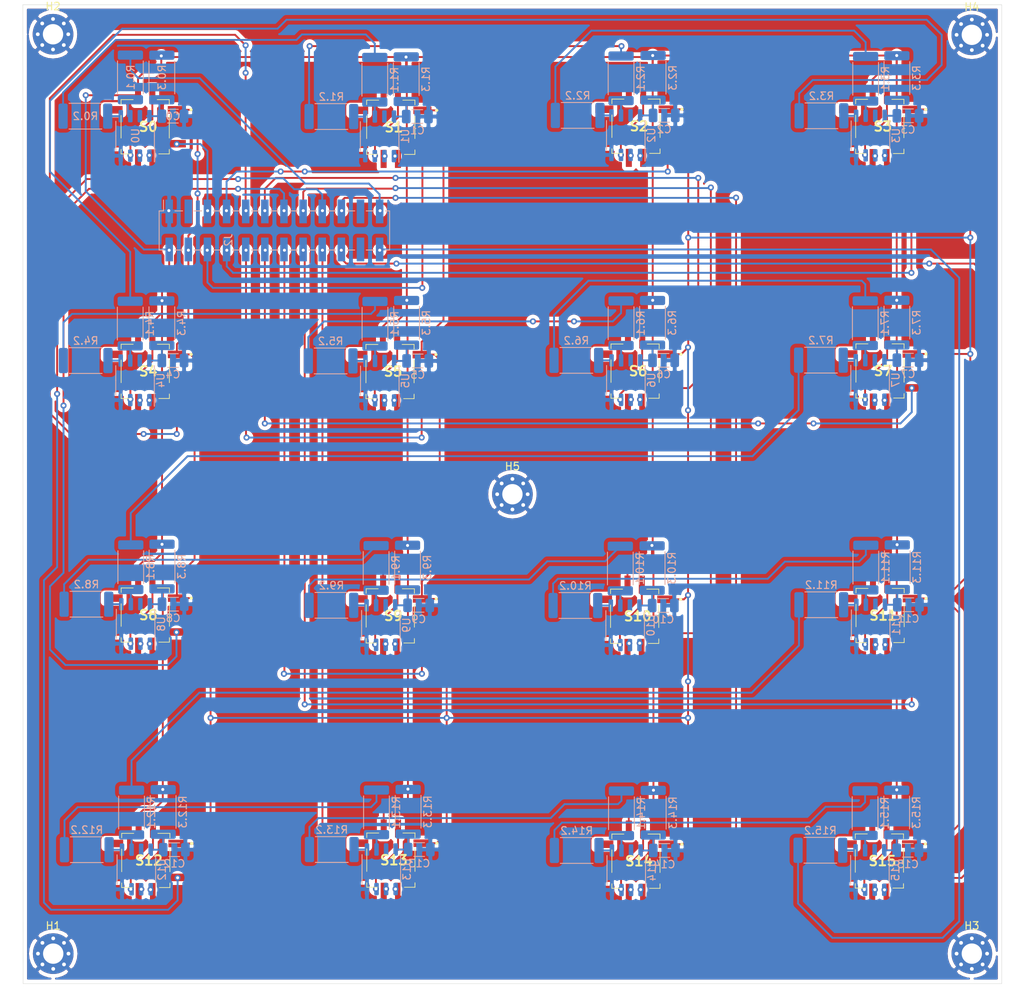
<source format=kicad_pcb>
(kicad_pcb (version 20211014) (generator pcbnew)
  (title_block (title "A³ Motion - Buttonmatrix") (date "2021-08-04") (rev "v.0.1") (company "A3 Audio UG (haftungsbeschränkt)"))
  (layers (0 "F.Cu" signal) (31 "B.Cu" signal) (34 "B.Paste" user) (35 "F.Paste" user) (36 "B.SilkS" user "B.Silkscreen") (37 "F.SilkS" user "F.Silkscreen") (38 "B.Mask" user) (39 "F.Mask" user) (44 "Edge.Cuts" user))
  (net 0 "")
  (net 1 "Net-(C1-Pad1)")
  (net 2 "GND")
  (net 3 "Net-(C2-Pad1)")
  (net 4 "Net-(C3-Pad1)")
  (net 5 "Net-(C4-Pad1)")
  (net 6 "Net-(C5-Pad1)")
  (net 7 "Net-(C6-Pad1)")
  (net 8 "Net-(C7-Pad1)")
  (net 9 "Net-(C8-Pad1)")
  (net 10 "Net-(C9-Pad1)")
  (net 11 "Net-(C10-Pad1)")
  (net 12 "Net-(C11-Pad1)")
  (net 13 "Net-(C12-Pad1)")
  (net 14 "Net-(C13-Pad1)")
  (net 15 "Net-(C14-Pad1)")
  (net 16 "Net-(C15-Pad1)")
  (net 17 "+5V")
  (net 18 "btn00")
  (net 19 "btn01")
  (net 20 "btn02")
  (net 21 "btn03")
  (net 22 "btn04")
  (net 23 "btn05")
  (net 24 "btn06")
  (net 25 "btn07")
  (net 26 "btn08")
  (net 27 "btn09")
  (net 28 "btn10")
  (net 29 "btn11")
  (net 30 "btn12")
  (net 31 "btn13")
  (net 32 "btn14")
  (net 33 "btn15")
  (net 34 "LED_DAT_IN")
  (net 35 "LED_DAT_OUT")
  (net 36 "Net-(S1-PadL4)")
  (net 37 "Net-(S1-PadL2)")
  (net 38 "Net-(S1-PadL1)")
  (net 39 "Net-(S2-PadL4)")
  (net 40 "Net-(S2-PadL2)")
  (net 41 "Net-(S2-PadL1)")
  (net 42 "Net-(S3-PadL4)")
  (net 43 "Net-(S3-PadL2)")
  (net 44 "Net-(S3-PadL1)")
  (net 45 "Net-(S4-PadL1)")
  (net 46 "Net-(S4-PadL2)")
  (net 47 "Net-(S4-PadL4)")
  (net 48 "Net-(S5-PadL1)")
  (net 49 "Net-(S5-PadL2)")
  (net 50 "Net-(S5-PadL4)")
  (net 51 "Net-(S6-PadL4)")
  (net 52 "Net-(S6-PadL2)")
  (net 53 "Net-(S6-PadL1)")
  (net 54 "Net-(S7-PadL1)")
  (net 55 "Net-(S7-PadL2)")
  (net 56 "Net-(S7-PadL4)")
  (net 57 "Net-(S8-PadL1)")
  (net 58 "Net-(S8-PadL2)")
  (net 59 "Net-(S8-PadL4)")
  (net 60 "Net-(S9-PadL4)")
  (net 61 "Net-(S9-PadL2)")
  (net 62 "Net-(S9-PadL1)")
  (net 63 "Net-(S10-PadL4)")
  (net 64 "Net-(S10-PadL2)")
  (net 65 "Net-(S10-PadL1)")
  (net 66 "Net-(S11-PadL4)")
  (net 67 "Net-(S11-PadL2)")
  (net 68 "Net-(S11-PadL1)")
  (net 69 "Net-(S12-PadL1)")
  (net 70 "Net-(S12-PadL2)")
  (net 71 "Net-(S12-PadL4)")
  (net 72 "Net-(S13-PadL4)")
  (net 73 "Net-(S13-PadL2)")
  (net 74 "Net-(S13-PadL1)")
  (net 75 "Net-(S14-PadL1)")
  (net 76 "Net-(S14-PadL2)")
  (net 77 "Net-(S14-PadL4)")
  (net 78 "Net-(S15-PadL1)")
  (net 79 "Net-(S15-PadL2)")
  (net 80 "Net-(S15-PadL4)")
  (net 81 "Net-(U1-Pad7)")
  (net 82 "Net-(U2-Pad7)")
  (net 83 "Net-(U3-Pad7)")
  (net 84 "Net-(U4-Pad7)")
  (net 85 "Net-(U5-Pad7)")
  (net 86 "Net-(U6-Pad7)")
  (net 87 "Net-(U7-Pad7)")
  (net 88 "Net-(U8-Pad7)")
  (net 89 "Net-(U9-Pad7)")
  (net 90 "Net-(U10-Pad7)")
  (net 91 "Net-(U11-Pad7)")
  (net 92 "Net-(U12-Pad7)")
  (net 93 "Net-(U13-Pad7)")
  (net 94 "Net-(U14-Pad7)")
  (net 95 "Net-(U15-Pad7)")
  (net 96 "Net-(C0-Pad1)")
  (net 97 "Net-(R0.2-Pad2)")
  (net 98 "Net-(R0.2-Pad1)")
  (net 99 "Net-(R0.1-Pad1)")
  (net 100 "Net-(R1.1-Pad1)")
  (net 101 "Net-(R1.2-Pad2)")
  (net 102 "Net-(R1.2-Pad1)")
  (net 103 "Net-(R2.2-Pad2)")
  (net 104 "Net-(R2.2-Pad1)")
  (net 105 "Net-(R2.1-Pad1)")
  (net 106 "Net-(R3.1-Pad1)")
  (net 107 "Net-(R3.2-Pad2)")
  (net 108 "Net-(R3.2-Pad1)")
  (net 109 "Net-(R4.2-Pad1)")
  (net 110 "Net-(R4.2-Pad2)")
  (net 111 "Net-(R4.1-Pad1)")
  (net 112 "Net-(R5.1-Pad1)")
  (net 113 "Net-(R5.2-Pad1)")
  (net 114 "Net-(R5.2-Pad2)")
  (net 115 "Net-(R6.2-Pad2)")
  (net 116 "Net-(R6.2-Pad1)")
  (net 117 "Net-(R6.1-Pad1)")
  (net 118 "Net-(R7.1-Pad1)")
  (net 119 "Net-(R7.2-Pad1)")
  (net 120 "Net-(R7.2-Pad2)")
  (net 121 "Net-(R8.1-Pad1)")
  (net 122 "Net-(R8.2-Pad1)")
  (net 123 "Net-(R8.2-Pad2)")
  (net 124 "Net-(R9.1-Pad1)")
  (net 125 "Net-(R10.1-Pad2)")
  (net 126 "Net-(R9.2-Pad1)")
  (net 127 "Net-(R10.1-Pad1)")
  (net 128 "Net-(R10.2-Pad1)")
  (net 129 "Net-(R10.2-Pad2)")
  (net 130 "Net-(R11.1-Pad1)")
  (net 131 "Net-(R11.2-Pad2)")
  (net 132 "Net-(R11.2-Pad1)")
  (net 133 "Net-(R12.1-Pad1)")
  (net 134 "Net-(R12.2-Pad1)")
  (net 135 "Net-(R12.2-Pad2)")
  (net 136 "Net-(R13.1-Pad1)")
  (net 137 "Net-(R13.2-Pad2)")
  (net 138 "Net-(R13.2-Pad1)")
  (net 139 "Net-(R14.1-Pad1)")
  (net 140 "Net-(R14.2-Pad1)")
  (net 141 "Net-(R14.2-Pad2)")
  (net 142 "Net-(R15.1-Pad1)")
  (net 143 "Net-(R15.2-Pad1)")
  (net 144 "Net-(S0-PadL1)")
  (net 145 "Net-(S0-PadL2)")
  (net 146 "Net-(S0-PadL4)")
  (net 147 "Net-(U0-Pad7)")
  (net 148 "+3V3")
  (net 149 "Net-(J2-Pad22)")
  (net 150 "Net-(J2-Pad21)")
  (net 151 "Net-(J2-Pad3)")
  (net 152 "Net-(S0-Pad2)")
  (net 153 "Net-(S0-Pad4)")
  (net 154 "Net-(S1-Pad2)")
  (net 155 "Net-(S1-Pad4)")
  (net 156 "Net-(S2-Pad2)")
  (net 157 "Net-(S2-Pad4)")
  (net 158 "Net-(S3-Pad2)")
  (net 159 "Net-(S3-Pad4)")
  (net 160 "Net-(S4-Pad4)")
  (net 161 "Net-(S4-Pad2)")
  (net 162 "Net-(S5-Pad2)")
  (net 163 "Net-(S5-Pad4)")
  (net 164 "Net-(S6-Pad4)")
  (net 165 "Net-(S6-Pad2)")
  (net 166 "Net-(S7-Pad2)")
  (net 167 "Net-(S7-Pad4)")
  (net 168 "Net-(S8-Pad4)")
  (net 169 "Net-(S8-Pad2)")
  (net 170 "Net-(S9-Pad4)")
  (net 171 "Net-(S9-Pad2)")
  (net 172 "Net-(S10-Pad4)")
  (net 173 "Net-(S10-Pad2)")
  (net 174 "Net-(S11-Pad2)")
  (net 175 "Net-(S11-Pad4)")
  (net 176 "Net-(S12-Pad4)")
  (net 177 "Net-(S12-Pad2)")
  (net 178 "Net-(S13-Pad2)")
  (net 179 "Net-(S13-Pad4)")
  (net 180 "Net-(S14-Pad4)")
  (net 181 "Net-(S14-Pad2)")
  (net 182 "Net-(S15-Pad4)")
  (net 183 "Net-(S15-Pad2)")
  (footprint "SamacSys_Parts:228CMVARGBFR" (layer "F.Cu") (at 43.72478 137.70078)
    (fp_text reference "S12")
    (fp_text value "228CMVARGBFR" hide)
  )
  (footprint "SamacSys_Parts:228CMVARGBFR" (layer "F.Cu") (at 43.65522 105.11862)
    (fp_text reference "S8")
    (fp_text value "228CMVARGBFR" hide)
  )
  (footprint "SamacSys_Parts:228CMVARGBFR" (layer "F.Cu") (at 43.65198 72.76196)
    (fp_text reference "S4")
    (fp_text value "228CMVARGBFR" hide)
  )
  (footprint "SamacSys_Parts:228CMVARGBFR" (layer "F.Cu") (at 76.18522 105.22862)
    (fp_text reference "S9")
    (fp_text value "228CMVARGBFR" hide)
  )
  (footprint "SamacSys_Parts:228CMVARGBFR" (layer "F.Cu") (at 76.15198 72.78696)
    (fp_text reference "S5")
    (fp_text value "228CMVARGBFR" hide)
  )
  (footprint "SamacSys_Parts:228CMVARGBFR" (layer "F.Cu") (at 108.80478 137.80078)
    (fp_text reference "S14")
    (fp_text value "228CMVARGBFR" hide)
  )
  (footprint "SamacSys_Parts:228CMVARGBFR" (layer "F.Cu") (at 108.63522 105.27862)
    (fp_text reference "S10")
    (fp_text value "228CMVARGBFR" hide)
  )
  (footprint "SamacSys_Parts:228CMVARGBFR" (layer "F.Cu") (at 108.69446 72.73108)
    (fp_text reference "S6")
    (fp_text value "228CMVARGBFR" hide)
  )
  (footprint "SamacSys_Parts:228CMVARGBFR" (layer "F.Cu") (at 108.81224 40.21226)
    (fp_text reference "S2")
    (fp_text value "228CMVARGBFR" hide)
  )
  (footprint "SamacSys_Parts:228CMVARGBFR" (layer "F.Cu") (at 141.12978 137.77578)
    (fp_text reference "S15")
    (fp_text value "228CMVARGBFR" hide)
  )
  (footprint "SamacSys_Parts:228CMVARGBFR" (layer "F.Cu") (at 141.22522 105.17862)
    (fp_text reference "S11")
    (fp_text value "228CMVARGBFR" hide)
  )
  (footprint "SamacSys_Parts:228CMVARGBFR" (layer "F.Cu") (at 141.21154 72.70568)
    (fp_text reference "S7")
    (fp_text value "228CMVARGBFR" hide)
  )
  (footprint "SamacSys_Parts:228CMVARGBFR" (layer "F.Cu") (at 141.182 40.2402)
    (fp_text reference "S3")
    (fp_text value "228CMVARGBFR" hide)
  )
  (footprint "SamacSys_Parts:228CMVARGBFR" (layer "F.Cu") (at 43.64198 40.28196)
    (fp_text reference "S0")
    (fp_text value "228CMVARGBFR" hide)
  )
  (footprint "SamacSys_Parts:228CMVARGBFR" (layer "F.Cu") (at 76.25198 40.35196)
    (fp_text reference "S1")
    (fp_text value "228CMVARGBFR" hide)
  )
  (footprint "SamacSys_Parts:228CMVARGBFR" (layer "F.Cu") (at 76.26478 137.66078)
    (fp_text reference "S13")
    (fp_text value "228CMVARGBFR" hide)
  )
  (footprint "MountingHole:MountingHole_2.7mm_Pad_Via" (layer "F.Cu") (at 31.431891 150.07578)
    (fp_text reference "H1")
    (fp_text value "MountingHole_Pad")
  )
  (footprint "MountingHole:MountingHole_2.7mm_Pad_Via" (layer "F.Cu") (at 31.40478 28)
    (fp_text reference "H2")
    (fp_text value "MountingHole_Pad")
  )
  (footprint "MountingHole:MountingHole_2.7mm_Pad_Via" (layer "F.Cu") (at 153.40478 150.07578)
    (fp_text reference "H3")
    (fp_text value "MountingHole_Pad")
  )
  (footprint "MountingHole:MountingHole_2.7mm_Pad_Via" (layer "F.Cu") (at 153.40478 28.07578)
    (fp_text reference "H4")
    (fp_text value "MountingHole_Pad")
  )
  (footprint "MountingHole:MountingHole_2.7mm_Pad_Via" (layer "F.Cu") (at 92.40478 89.07578)
    (fp_text reference "H5")
    (fp_text value "MountingHole_Pad")
  )
  (footprint "Resistor_SMD:R_2512_6332Metric" (layer "B.Cu") (at 101.06728 38.77578 180)
    (fp_text reference "R2.2")
    (fp_text value "33")
  )
  (footprint "Resistor_SMD:R_2512_6332Metric" (layer "B.Cu") (at 133.44228 38.82578 180)
    (fp_text reference "R3.2")
    (fp_text value "33")
  )
  (footprint "Capacitor_SMD:C_1206_3216Metric" (layer "B.Cu") (at 47.50478 136.27578)
    (fp_text reference "C12")
    (fp_text value "104")
  )
  (footprint "Capacitor_SMD:C_1206_3216Metric" (layer "B.Cu") (at 47.35478 103.67578)
    (fp_text reference "C8")
    (fp_text value "104")
  )
  (footprint "Capacitor_SMD:C_1206_3216Metric" (layer "B.Cu") (at 47.32978 71.32578)
    (fp_text reference "C4")
    (fp_text value "104")
  )
  (footprint "Capacitor_SMD:C_1206_3216Metric" (layer "B.Cu") (at 47.32978 38.87578)
    (fp_text reference "C0")
    (fp_text value "104")
  )
  (footprint "Capacitor_SMD:C_1206_3216Metric" (layer "B.Cu") (at 79.95478 103.82578)
    (fp_text reference "C9")
    (fp_text value "104")
  )
  (footprint "Capacitor_SMD:C_1206_3216Metric" (layer "B.Cu") (at 79.82978 71.37578)
    (fp_text reference "C5")
    (fp_text value "104")
  )
  (footprint "Capacitor_SMD:C_1206_3216Metric" (layer "B.Cu") (at 79.77978 38.92578)
    (fp_text reference "C1")
    (fp_text value "104")
  )
  (footprint "Capacitor_SMD:C_1206_3216Metric" (layer "B.Cu") (at 112.57978 136.37578)
    (fp_text reference "C14")
    (fp_text value "104")
  )
  (footprint "Capacitor_SMD:C_1206_3216Metric" (layer "B.Cu") (at 112.42978 103.85078)
    (fp_text reference "C10")
    (fp_text value "104")
  )
  (footprint "Capacitor_SMD:C_1206_3216Metric" (layer "B.Cu") (at 112.47978 71.30078)
    (fp_text reference "C6")
    (fp_text value "104")
  )
  (footprint "Capacitor_SMD:C_1206_3216Metric" (layer "B.Cu") (at 112.55478 38.77578)
    (fp_text reference "C2")
    (fp_text value "104")
  )
  (footprint "Capacitor_SMD:C_1206_3216Metric" (layer "B.Cu") (at 144.90478 136.35078)
    (fp_text reference "C15")
    (fp_text value "104")
  )
  (footprint "Capacitor_SMD:C_1206_3216Metric" (layer "B.Cu") (at 144.97978 103.75078)
    (fp_text reference "C11")
    (fp_text value "104")
  )
  (footprint "Capacitor_SMD:C_1206_3216Metric" (layer "B.Cu") (at 144.92978 71.27578)
    (fp_text reference "C7")
    (fp_text value "104")
  )
  (footprint "Capacitor_SMD:C_1206_3216Metric" (layer "B.Cu") (at 144.92978 38.82578)
    (fp_text reference "C3")
    (fp_text value "104")
  )
  (footprint "Resistor_SMD:R_2512_6332Metric" (layer "B.Cu") (at 41.82978 131.33828 90)
    (fp_text reference "R12.1")
    (fp_text value "33")
  )
  (footprint "Resistor_SMD:R_2512_6332Metric" (layer "B.Cu") (at 35.89228 136.27578 180)
    (fp_text reference "R12.2")
    (fp_text value "33")
  )
  (footprint "Resistor_SMD:R_2512_6332Metric" (layer "B.Cu") (at 41.72978 98.76328 90)
    (fp_text reference "R8.1")
    (fp_text value "33")
  )
  (footprint "Resistor_SMD:R_2512_6332Metric" (layer "B.Cu") (at 35.84228 103.67578 180)
    (fp_text reference "R8.2")
    (fp_text value "33")
  )
  (footprint "Resistor_SMD:R_2512_6332Metric" (layer "B.Cu") (at 41.65478 66.41328 90)
    (fp_text reference "R4.1")
    (fp_text value "33")
  )
  (footprint "Resistor_SMD:R_2512_6332Metric" (layer "B.Cu") (at 35.74228 71.32578 180)
    (fp_text reference "R4.2")
    (fp_text value "33")
  )
  (footprint "Resistor_SMD:R_2512_6332Metric" (layer "B.Cu") (at 41.67978 33.72578 90)
    (fp_text reference "R0.1")
    (fp_text value "33")
  )
  (footprint "Resistor_SMD:R_2512_6332Metric" (layer "B.Cu") (at 46.02978 131.26328 90)
    (fp_text reference "R12.3")
    (fp_text value "100")
  )
  (footprint "Resistor_SMD:R_2512_6332Metric" (layer "B.Cu") (at 45.87978 98.67578 90)
    (fp_text reference "R8.3")
    (fp_text value "100")
  )
  (footprint "Resistor_SMD:R_2512_6332Metric" (layer "B.Cu") (at 45.85478 33.73828 90)
    (fp_text reference "R0.3")
    (fp_text value "100")
  )
  (footprint "Resistor_SMD:R_2512_6332Metric" (layer "B.Cu") (at 68.36728 103.82578 180)
    (fp_text reference "R9.2")
    (fp_text value "33")
  )
  (footprint "Resistor_SMD:R_2512_6332Metric" (layer "B.Cu") (at 74.15478 66.43828 90)
    (fp_text reference "R5.1")
    (fp_text value "33")
  )
  (footprint "Resistor_SMD:R_2512_6332Metric" (layer "B.Cu") (at 68.26728 71.37578 180)
    (fp_text reference "R5.2")
    (fp_text value "33")
  )
  (footprint "Resistor_SMD:R_2512_6332Metric" (layer "B.Cu") (at 74.12978 34.03828 90)
    (fp_text reference "R1.1")
    (fp_text value "33")
  )
  (footprint "Resistor_SMD:R_2512_6332Metric" (layer "B.Cu") (at 68.36728 38.92578 180)
    (fp_text reference "R1.2")
    (fp_text value "33")
  )
  (footprint "Resistor_SMD:R_2512_6332Metric" (layer "B.Cu") (at 78.47978 98.81328 90)
    (fp_text reference "R9.3")
    (fp_text value "100")
  )
  (footprint "Resistor_SMD:R_2512_6332Metric" (layer "B.Cu") (at 78.35478 66.31328 90)
    (fp_text reference "R5.3")
    (fp_text value "100")
  )
  (footprint "Resistor_SMD:R_2512_6332Metric" (layer "B.Cu") (at 78.30478 33.96328 90)
    (fp_text reference "R1.3")
    (fp_text value "100")
  )
  (footprint "Resistor_SMD:R_2512_6332Metric" (layer "B.Cu") (at 106.87978 131.43828 90)
    (fp_text reference "R14.1")
    (fp_text value "33")
  )
  (footprint "Resistor_SMD:R_2512_6332Metric" (layer "B.Cu") (at 100.94228 136.37578 180)
    (fp_text reference "R14.2")
    (fp_text value "33")
  )
  (footprint "Resistor_SMD:R_2512_6332Metric" (layer "B.Cu") (at 100.76728 103.85078 180)
    (fp_text reference "R10.2")
    (fp_text value "33")
  )
  (footprint "Resistor_SMD:R_2512_6332Metric" (layer "B.Cu") (at 106.82978 66.36328 90)
    (fp_text reference "R6.1")
    (fp_text value "33")
  )
  (footprint "Resistor_SMD:R_2512_6332Metric" (layer "B.Cu") (at 100.89228 71.30078 180)
    (fp_text reference "R6.2")
    (fp_text value "33")
  )
  (footprint "Resistor_SMD:R_2512_6332Metric" (layer "B.Cu") (at 106.82978 33.85078 90)
    (fp_text reference "R2.1")
    (fp_text value "33")
  )
  (footprint "Resistor_SMD:R_2512_6332Metric" (layer "B.Cu") (at 111.10478 131.36328 90)
    (fp_text reference "R14.3")
    (fp_text value "100")
  )
  (footprint "Resistor_SMD:R_2512_6332Metric" (layer "B.Cu") (at 110.95478 98.88828 90)
    (fp_text reference "R10.3")
    (fp_text value "100")
  )
  (footprint "Resistor_SMD:R_2512_6332Metric" (layer "B.Cu") (at 111.00478 66.31328 90)
    (fp_text reference "R6.3")
    (fp_text value "100")
  )
  (footprint "Resistor_SMD:R_2512_6332Metric" (layer "B.Cu") (at 111.07978 33.77578 90)
    (fp_text reference "R2.3")
    (fp_text value "100")
  )
  (footprint "Resistor_SMD:R_2512_6332Metric" (layer "B.Cu") (at 139.22978 131.41328 90)
    (fp_text reference "R15.1")
    (fp_text value "33")
  )
  (footprint "Resistor_SMD:R_2512_6332Metric" (layer "B.Cu") (at 133.29228 136.35078 180)
    (fp_text reference "R15.2")
    (fp_text value "33")
  )
  (footprint "Resistor_SMD:R_2512_6332Metric" (layer "B.Cu") (at 139.32978 98.81328 90)
    (fp_text reference "R11.1")
    (fp_text value "33")
  )
  (footprint "Resistor_SMD:R_2512_6332Metric" (layer "B.Cu") (at 133.41728 103.75078 180)
    (fp_text reference "R11.2")
    (fp_text value "33")
  )
  (footprint "Resistor_SMD:R_2512_6332Metric" (layer "B.Cu") (at 139.25478 66.36328 90)
    (fp_text reference "R7.1")
    (fp_text value "33")
  )
  (footprint "Resistor_SMD:R_2512_6332Metric" (layer "B.Cu") (at 133.36728 71.27578 180)
    (fp_text reference "R7.2")
    (fp_text value "33")
  )
  (footprint "Resistor_SMD:R_2512_6332Metric" (layer "B.Cu") (at 139.30478 33.91328 90)
    (fp_text reference "R3.1")
    (fp_text value "33")
  )
  (footprint "Resistor_SMD:R_2512_6332Metric" (layer "B.Cu") (at 143.42978 131.33828 90)
    (fp_text reference "R15.3")
    (fp_text value "100")
  )
  (footprint "Resistor_SMD:R_2512_6332Metric" (layer "B.Cu") (at 143.50478 98.76328 90)
    (fp_text reference "R11.3")
    (fp_text value "100")
  )
  (footprint "Resistor_SMD:R_2512_6332Metric" (layer "B.Cu") (at 143.45478 66.28828 90)
    (fp_text reference "R7.3")
    (fp_text value "100")
  )
  (footprint "Resistor_SMD:R_2512_6332Metric" (layer "B.Cu") (at 143.45478 33.81328 90)
    (fp_text reference "R3.3")
    (fp_text value "100")
  )
  (footprint "Package_SO:SOP-8_3.9x4.9mm_P1.27mm" (layer "B.Cu") (at 42.46978 138.90078 90)
    (fp_text reference "U12")
    (fp_text value "WS2811")
  )
  (footprint "Package_SO:SOP-8_3.9x4.9mm_P1.27mm" (layer "B.Cu") (at 42.36978 106.30078 90)
    (fp_text reference "U8")
    (fp_text value "WS2811")
  )
  (footprint "Package_SO:SOP-8_3.9x4.9mm_P1.27mm" (layer "B.Cu") (at 42.29478 73.95078 90)
    (fp_text reference "U4")
    (fp_text value "WS2811")
  )
  (footprint "Package_SO:SOP-8_3.9x4.9mm_P1.27mm" (layer "B.Cu") (at 139.96978 106.37578 90)
    (fp_text reference "U11")
    (fp_text value "WS2811")
  )
  (footprint "Package_SO:SOP-8_3.9x4.9mm_P1.27mm" (layer "B.Cu") (at 42.30478 41.50078 90)
    (fp_text reference "U0")
    (fp_text value "WS2811")
  )
  (footprint "Package_SO:SOP-8_3.9x4.9mm_P1.27mm" (layer "B.Cu") (at 74.93978 106.45078 90)
    (fp_text reference "U9")
    (fp_text value "WS2811")
  )
  (footprint "Package_SO:SOP-8_3.9x4.9mm_P1.27mm" (layer "B.Cu") (at 74.79478 74.00078 90)
    (fp_text reference "U5")
    (fp_text value "WS2811")
  )
  (footprint "Package_SO:SOP-8_3.9x4.9mm_P1.27mm" (layer "B.Cu") (at 74.76978 41.55078 90)
    (fp_text reference "U1")
    (fp_text value "WS2811")
  )
  (footprint "Package_SO:SOP-8_3.9x4.9mm_P1.27mm" (layer "B.Cu") (at 107.51978 139.00078 90)
    (fp_text reference "U14")
    (fp_text value "WS2811")
  )
  (footprint "Package_SO:SOP-8_3.9x4.9mm_P1.27mm" (layer "B.Cu") (at 107.36978 106.47578 90)
    (fp_text reference "U10")
    (fp_text value "WS2811")
  )
  (footprint "Package_SO:SOP-8_3.9x4.9mm_P1.27mm" (layer "B.Cu") (at 107.46978 73.92578 90)
    (fp_text reference "U6")
    (fp_text value "WS2811")
  )
  (footprint "Package_SO:SOP-8_3.9x4.9mm_P1.27mm" (layer "B.Cu") (at 107.45478 41.40078 90)
    (fp_text reference "U2")
    (fp_text value "WS2811")
  )
  (footprint "Package_SO:SOP-8_3.9x4.9mm_P1.27mm" (layer "B.Cu") (at 139.86978 138.97578 90)
    (fp_text reference "U15")
    (fp_text value "WS2811")
  )
  (footprint "Package_SO:SOP-8_3.9x4.9mm_P1.27mm" (layer "B.Cu") (at 139.89478 73.90078 90)
    (fp_text reference "U7")
    (fp_text value "WS2811")
  )
  (footprint "Package_SO:SOP-8_3.9x4.9mm_P1.27mm" (layer "B.Cu") (at 139.94478 41.45078 90)
    (fp_text reference "U3")
    (fp_text value "WS2811")
  )
  (footprint "Resistor_SMD:R_2512_6332Metric" (layer "B.Cu") (at 74.30478 98.86328 90)
    (fp_text reference "R9.1")
    (fp_text value "33")
  )
  (footprint "Resistor_SMD:R_2512_6332Metric" (layer "B.Cu") (at 35.70478 38.87578 180)
    (fp_text reference "R0.2")
    (fp_text value "33")
  )
  (footprint "Capacitor_SMD:C_1206_3216Metric" (layer "B.Cu") (at 80.02978 136.25078)
    (fp_text reference "C13")
    (fp_text value "104")
  )
  (footprint "Resistor_SMD:R_2512_6332Metric" (layer "B.Cu") (at 78.55478 131.23828 90)
    (fp_text reference "R13.3")
    (fp_text value "100")
  )
  (footprint "Resistor_SMD:R_2512_6332Metric" (layer "B.Cu") (at 68.41728 136.25078 180)
    (fp_text reference "R13.2")
    (fp_text value "33")
  )
  (footprint "Resistor_SMD:R_2512_6332Metric" (layer "B.Cu") (at 74.35478 131.31328 90)
    (fp_text reference "R13.1")
    (fp_text value "33")
  )
  (footprint "Package_SO:SOP-8_3.9x4.9mm_P1.27mm" (layer "B.Cu") (at 74.99478 138.87578 90)
    (fp_text reference "U13")
    (fp_text value "WS2811")
  )
  (footprint "Connector_PinHeader_2.54mm:PinHeader_2x12_P2.54mm_Vertical_SMD" (layer "B.Cu") (at 60.79978 54.05078 -90)
    (fp_text reference "J2")
    (fp_text value "Conn_02x12_Odd_Even")
  )
  (footprint "Resistor_SMD:R_2512_6332Metric" (layer "B.Cu") (at 106.72978 98.93828 90)
    (fp_text reference "R10.1")
    (fp_text value "33")
  )
  (footprint "Resistor_SMD:R_2512_6332Metric" (layer "B.Cu") (at 45.85478 66.36328 90)
    (fp_text reference "R4.3")
    (fp_text value "100")
  )
  (gr_line (start 27.42978 154.05078) (end 27.40478 24.07578) (layer "Edge.Cuts") (width 0.05))
  (gr_line (start 27.40478 24.07578) (end 157.37978 24.07578) (layer "Edge.Cuts") (width 0.05))
  (gr_line (start 157.37978 154.05078) (end 27.42978 154.05078) (layer "Edge.Cuts") (width 0.05))
  (gr_line (start 157.37978 24.07578) (end 157.37978 154.05078) (layer "Edge.Cuts") (width 0.05))
  (segment (start 78.30478 36.92578) (end 78.30478 38.92578) (width 0.25) (layer "B.Cu") (net 1))
  (segment (start 76.67478 38.92578) (end 78.30478 38.92578) (width 0.25) (layer "B.Cu") (net 1))
  (via (at 46.77978 51.42578) (size 0.8) (drill 0.4) (layers "F.Cu" "B.Cu") (net 2))
  (segment (start 111.07978 38.77578) (end 111.07978 36.73828) (width 0.25) (layer "B.Cu") (net 3))
  (segment (start 109.35978 38.77578) (end 111.07978 38.77578) (width 0.25) (layer "B.Cu") (net 3))
  (segment (start 141.84978 38.82578) (end 143.45478 38.82578) (width 0.25) (layer "B.Cu") (net 4))
  (segment (start 143.45478 38.82578) (end 143.45478 36.77578) (width 0.25) (layer "B.Cu") (net 4))
  (segment (start 45.85478 69.32578) (end 45.85478 71.32578) (width 0.25) (layer "B.Cu") (net 5))
  (segment (start 44.19978 71.32578) (end 45.85478 71.32578) (width 0.25) (layer "B.Cu") (net 5))
  (segment (start 76.69978 71.37578) (end 78.35478 71.37578) (width 0.25) (layer "B.Cu") (net 6))
  (segment (start 78.35478 71.37578) (end 78.35478 69.27578) (width 0.25) (layer "B.Cu") (net 6))
  (segment (start 111.00478 71.30078) (end 111.00478 69.27578) (width 0.25) (layer "B.Cu") (net 7))
  (segment (start 109.37478 71.30078) (end 111.00478 71.30078) (width 0.25) (layer "B.Cu") (net 7))
  (segment (start 143.45478 69.25078) (end 143.45478 71.27578) (width 0.25) (layer "B.Cu") (net 8))
  (segment (start 141.79978 71.27578) (end 143.45478 71.27578) (width 0.25) (layer "B.Cu") (net 8))
  (segment (start 45.87978 101.63828) (end 45.87978 103.67578) (width 0.25) (layer "B.Cu") (net 9))
  (segment (start 45.87978 103.67578) (end 44.27478 103.67578) (width 0.25) (layer "B.Cu") (net 9))
  (segment (start 78.47978 101.77578) (end 78.47978 103.82578) (width 0.25) (layer "B.Cu") (net 10))
  (segment (start 76.84478 103.82578) (end 78.47978 103.82578) (width 0.25) (layer "B.Cu") (net 10))
  (segment (start 110.95478 103.85078) (end 110.95478 101.85078) (width 0.25) (layer "B.Cu") (net 11))
  (segment (start 109.27478 103.85078) (end 110.95478 103.85078) (width 0.25) (layer "B.Cu") (net 11))
  (segment (start 143.50478 103.75078) (end 143.50478 101.72578) (width 0.25) (layer "B.Cu") (net 12))
  (segment (start 143.50478 103.75078) (end 141.87478 103.75078) (width 0.25) (layer "B.Cu") (net 12))
  (segment (start 44.37478 136.27578) (end 46.02978 136.27578) (width 0.25) (layer "B.Cu") (net 13))
  (segment (start 46.02978 134.22578) (end 46.02978 136.27578) (width 0.25) (layer "B.Cu") (net 13))
  (segment (start 78.55478 134.20078) (end 78.55478 136.25078) (width 0.25) (layer "B.Cu") (net 14))
  (segment (start 76.89978 136.25078) (end 78.55478 136.25078) (width 0.25) (layer "B.Cu") (net 14))
  (segment (start 111.10478 134.32578) (end 111.10478 136.37578) (width 0.25) (layer "B.Cu") (net 15))
  (segment (start 109.42478 136.37578) (end 111.10478 136.37578) (width 0.25) (layer "B.Cu") (net 15))
  (segment (start 143.42978 134.30078) (end 143.42978 136.35078) (width 0.25) (layer "B.Cu") (net 16))
  (segment (start 141.77478 136.35078) (end 143.42978 136.35078) (width 0.25) (layer "B.Cu") (net 16))
  (segment (start 42.70522 98.65034) (end 42.70522 100.91862) (width 0.25) (layer "F.Cu") (net 17))
  (segment (start 108.57978 33.32578) (end 107.86224 34.04332) (width 0.25) (layer "F.Cu") (net 17))
  (segment (start 142.27978 131.02578) (end 140.62978 131.02578) (width 0.25) (layer "F.Cu") (net 17))
  (segment (start 110.82978 31.02578) (end 111.02978 30.82578) (width 0.25) (layer "F.Cu") (net 17))
  (segment (start 78.27978 31.02578) (end 45.92978 31.02578) (width 0.25) (layer "F.Cu") (net 17))
  (segment (start 44.72978 33.07578) (end 43.42978 33.07578) (width 0.25) (layer "F.Cu") (net 17))
  (segment (start 45.87978 61.32578) (end 46.82978 60.37578) (width 0.25) (layer "F.Cu") (net 17))
  (segment (start 140.77978 98.32578) (end 140.27522 98.83034) (width 0.25) (layer "F.Cu") (net 17))
  (segment (start 142.67978 33.32578) (end 140.87978 33.32578) (width 0.25) (layer "F.Cu") (net 17))
  (segment (start 143.47978 97.27578) (end 142.42978 98.32578) (width 0.25) (layer "F.Cu") (net 17))
  (segment (start 143.42978 129.87578) (end 142.27978 131.02578) (width 0.25) (layer "F.Cu") (net 17))
  (segment (start 43.32978 66.07578) (end 42.70198 66.70358) (width 0.25) (layer "F.Cu") (net 17))
  (segment (start 45.87978 96.87578) (end 44.82978 97.92578) (width 0.25) (layer "F.Cu") (net 17))
  (segment (start 45.77978 30.87578) (end 45.77978 32.02578) (width 0.25) (layer "F.Cu") (net 17))
  (segment (start 75.77978 33.67578) (end 75.30198 34.15358) (width 0.25) (layer "F.Cu") (net 17))
  (segment (start 78.37978 63.32578) (end 78.37978 31.12578) (width 0.25) (layer "F.Cu") (net 17))
  (segment (start 78.37978 63.32578) (end 78.37978 64.82578) (width 0.25) (layer "F.Cu") (net 17))
  (segment (start 43.37978 130.97578) (end 42.77478 131.58078) (width 0.25) (layer "F.Cu") (net 17))
  (segment (start 110.92978 95.87578) (end 110.92978 97.17578) (width 0.25) (layer "F.Cu") (net 17))
  (segment (start 107.68522 98.92034) (end 107.68522 101.07862) (width 0.25) (layer "F.Cu") (net 17))
  (segment (start 111.02978 30.82578) (end 143.42978 30.82578) (width 0.25) (layer "F.Cu") (net 17))
  (segment (start 75.20198 66.80358) (end 75.20198 68.58696) (width 0.25) (layer "F.Cu") (net 17))
  (segment (start 111.12978 96.07578) (end 110.92978 95.87578) (width 0.25) (layer "F.Cu") (net 17))
  (segment (start 78.37978 64.82578) (end 77.12978 66.07578) (width 0.25) (layer "F.Cu") (net 17))
  (segment (start 45.87978 64.97578) (end 44.77978 66.07578) (width 0.25) (layer "F.Cu") (net 17))
  (segment (start 44.82978 97.92578) (end 43.42978 97.92578) (width 0.25) (layer "F.Cu") (net 17))
  (segment (start 78.52978 97.32578) (end 78.52978 95.92578) (width 0.25) (layer "F.Cu") (net 17))
  (segment (start 78.07978 97.77578) (end 78.52978 97.32578) (width 0.25) (layer "F.Cu") (net 17))
  (segment (start 108.27978 131.22578) (end 107.85478 131.65078) (width 0.25) (layer "F.Cu") (net 17))
  (segment (start 140.87978 33.32578) (end 140.232 33.97356) (width 0.25) (layer "F.Cu") (net 17))
  (segment (start 44.77978 130.97578) (end 43.37978 130.97578) (width 0.25) (layer "F.Cu") (net 17))
  (segment (start 107.85478 131.65078) (end 107.85478 133.60078) (width 0.25) (layer "F.Cu") (net 17))
  (segment (start 42.69198 33.81358) (end 42.69198 36.08196) (width 0.25) (layer "F.Cu") (net 17))
  (segment (start 35.75 36.1) (end 42.67394 36.1) (width 0.25) (layer "F.Cu") (net 17))
  (segment (start 42.70198 66.70358) (end 42.70198 68.56196) (width 0.25) (layer "F.Cu") (net 17))
  (segment (start 42.67394 36.1) (end 42.69198 36.08196) (width 0.25) (layer "F.Cu") (net 17))
  (segment (start 110.02978 65.82578) (end 108.42978 65.82578) (width 0.25) (layer "F.Cu") (net 17))
  (segment (start 110.17978 33.32578) (end 108.57978 33.32578) (width 0.25) (layer "F.Cu") (net 17))
  (segment (start 109.82978 131.22578) (end 108.27978 131.22578) (width 0.25) (layer "F.Cu") (net 17))
  (segment (start 77.02978 33.67578) (end 75.77978 33.67578) (width 0.25) (layer "F.Cu") (net 17))
  (segment (start 45.87978 63.37578) (end 45.87978 64.97578) (width 0.25) (layer "F.Cu") (net 17))
  (segment (start 75.31478 131.34078) (end 75.31478 133.46078) (width 0.25) (layer "F.Cu") (net 17))
  (segment (start 45.97978 129.77578) (end 44.77978 130.97578) (width 0.25) (layer "F.Cu") (net 17))
  (segment (start 111.02978 95.77578) (end 110.92978 95.87578) (width 0.25) (layer "F.Cu") (net 17))
  (segment (start 143.42978 30.82578) (end 143.42978 32.57578) (width 0.25) (layer "F.Cu") (net 17))
  (segment (start 45.87978 63.37578) (end 45.87978 61.32578) (width 0.25) (layer "F.Cu") (net 17))
  (segment (start 45.92978 31.02578) (end 45.77978 30.87578) (width 0.25) (layer "F.Cu") (net 17))
  (segment (start 143.47978 70.102438) (end 143.42978 70.052438) (width 0.25) (layer "F.Cu") (net 17))
  (segment (start 111.02978 63.32578) (end 111.02978 95.77578) (width 0.25) (layer "F.Cu") (net 17))
  (segment (start 140.62978 131.02578) (end 140.17978 131.47578) (width 0.25) (layer "F.Cu") (net 17))
  (segment (start 140.72978 66.02578) (end 140.26154 66.49402) (width 0.25) (layer "F.Cu") (net 17))
  (segment (start 78.37978 31.12578) (end 78.27978 31.02578) (width 0.25) (layer "F.Cu") (net 17))
  (segment (start 75.23522 101.02862) (end 75.23522 99.57862) (width 0.25) (layer "F.Cu") (net 17))
  (segment (start 143.42978 70.052438) (end 143.42978 63.32578) (width 0.25) (layer "F.Cu") (net 17))
  (segment (start 111.02978 63.32578) (end 111.02978 30.82578) (width 0.25) (layer "F.Cu") (net 17))
  (segment (start 140.17978 131.47578) (end 140.17978 133.57578) (width 0.25) (layer "F.Cu") (net 17))
  (segment (start 42.77478 131.58078) (end 42.77478 133.50078) (width 0.25) (layer "F.Cu") (net 17))
  (segment (start 111.02978 30.82578) (end 111.02978 32.47578) (width 0.25) (layer "F.Cu") (net 17))
  (segment (start 45.87978 95.72578) (end 45.87978 63.37578) (width 0.25) (layer "F.Cu") (net 17))
  (segment (start 44.77978 66.07578) (end 43.32978 66.07578) (width 0.25) (layer "F.Cu") (net 17))
  (segment (start 108.42978 65.82578) (end 107.74446 66.5111) (width 0.25) (layer "F.Cu") (net 17))
  (segment (start 143.47978 95.77578) (end 143.47978 97.27578) (width 0.25) (layer "F.Cu") (net 17))
  (segment (start 141.92978 66.02578) (end 140.72978 66.02578) (width 0.25) (layer "F.Cu") (net 17))
  (segment (start 111.12978 128.37578) (end 111.12978 129.92578) (width 0.25) (layer "F.Cu") (net 17))
  (segment (start 140.232 33.97356) (end 140.232 36.0402) (width 0.25) (layer "F.Cu") (net 17))
  (segment (start 75.30198 34.15358) (end 75.30198 36.15196) (width 0.25) (layer "F.Cu") (net 17))
  (segment (start 43.42978 97.92578) (end 42.70522 98.65034) (width 0.25) (layer "F.Cu") (net 17))
  (segment (start 110.92978 97.17578) (end 109.92978 98.17578) (width 0.25) (layer "F.Cu") (net 17))
  (segment (start 107.74446 66.5111) (end 107.74446 68.53108) (width 0.25) (layer "F.Cu") (net 17))
  (segment (start 75.92978 66.07578) (end 75.20198 66.80358) (width 0.25) (layer "F.Cu") (net 17))
  (segment (start 75.92978 130.72578) (end 75.31478 131.34078) (width 0.25) (layer "F.Cu") (net 17))
  (segment (start 78.37978 67.679758) (end 78.37978 63.32578) (width 0.25) (layer "F.Cu") (net 17))
  (segment (start 143.42978 63.32578) (end 143.42978 64.52578) (width 0.25) (layer "F.Cu") (net 17))
  (segment (start 109.92978 98.17578) (end 108.42978 98.17578) (width 0.25) (layer "F.Cu") (net 17))
  (segment (start 78.27978 32.42578) (end 77.02978 33.67578) (width 0.25) (layer "F.Cu") (net 17))
  (segment (start 143.42978 95.82578) (end 143.47978 95.77578) (width 0.25) (layer "F.Cu") (net 17))
  (segment (start 75.23522 99.57862) (end 77.03806 97.77578) (width 0.25) (layer "F.Cu") (net 17))
  (segment (start 43.42978 33.07578) (end 42.69198 33.81358) (width 0.25) (layer "F.Cu") (net 17))
  (segment (start 143.47978 95.77578) (end 143.47978 70.102438) (width 0.25) (layer "F.Cu") (net 17))
  (segment (start 78.52978 128.22578) (end 78.52978 95.92578) (width 0.25) (layer "F.Cu") (net 17))
  (segment (start 142.42978 98.32578) (end 140.77978 98.32578) (width 0.25) (layer "F.Cu") (net 17))
  (segment (start 45.97978 95.82578) (end 45.87978 95.72578) (width 0.25) (layer "F.Cu") (net 17))
  (segment (start 111.02978 63.32578) (end 111.02978 64.82578) (width 0.25) (layer "F.Cu") (net 17))
  (segment (start 140.27522 98.83034) (end 140.27522 100.97862) (width 0.25) (layer "F.Cu") (net 17))
  (segment (start 78.47978 95.87578) (end 78.47978 67.779758) (width 0.25) (layer "F.Cu") (net 17))
  (segment (start 108.42978 98.17578) (end 107.68522 98.92034) (width 0.25) (layer "F.Cu") (net 17))
  (segment (start 78.27978 31.02578) (end 78.27978 32.42578) (width 0.25) (layer "F.Cu") (net 17))
  (segment (start 78.47978 67.779758) (end 78.37978 67.679758) (width 0.25) (layer "F.Cu") (net 17))
  (segment (start 78.52978 95.92578) (end 78.47978 95.87578) (width 0.25) (layer "F.Cu") (net 17))
  (segment (start 78.52978 128.22578) (end 78.52978 129.67578) (width 0.25) (layer "F.Cu") (net 17))
  (segment (start 45.87978 95.72578) (end 45.87978 96.87578) (width 0.25) (layer "F.Cu") (net 17))
  (segment (start 107.86224 34.04332) (end 107.86224 36.01226) (width 0.25) (layer "F.Cu") (net 17))
  (segment (start 77.47978 130.72578) (end 75.92978 130.72578) (width 0.25) (layer "F.Cu") (net 17))
  (segment (start 111.02978 32.47578) (end 110.17978 33.32578) (width 0.25) (layer "F.Cu") (net 17))
  (segment (start 143.42978 64.52578) (end 141.92978 66.02578) (width 0.25) (layer "F.Cu") (net 17))
  (segment (start 143.42978 63.32578) (end 143.42978 30.52578) (width 0.25) (layer "F.Cu") (net 17))
  (segment (start 143.42978 32.57578) (end 142.67978 33.32578) (width 0.25) (layer "F.Cu") (net 17))
  (segment (start 77.12978 66.07578) (end 75.92978 66.07578) (width 0.25) (layer "F.Cu") (net 17))
  (segment (start 45.97978 128.27578) (end 45.97978 129.77578) (width 0.25) (layer "F.Cu") (net 17))
  (segment (start 77.03806 97.77578) (end 78.07978 97.77578) (width 0.25) (layer "F.Cu") (net 17))
  (segment (start 46.82978 60.37578) (end 46.82978 56.67578) (width 0.25) (layer "F.Cu") (net 17))
  (segment (start 45.77978 32.02578) (end 44.72978 33.07578) (width 0.25) (layer "F.Cu") (net 17))
  (segment (start 45.97978 128.27578) (end 45.97978 95.82578) (width 0.25) (layer "F.Cu") (net 17))
  (segment (start 111.12978 128.37578) (end 111.12978 96.07578) (width 0.25) (layer "F.Cu") (net 17))
  (segment (start 111.12978 129.92578) (end 109.82978 131.22578) (width 0.25) (layer "F.Cu") (net 17))
  (segment (start 140.26154 66.49402) (end 140.26154 68.50568) (width 0.25) (layer "F.Cu") (net 17))
  (segment (start 78.27978 31.02578) (end 110.82978 31.02578) (width 0.25) (layer "F.Cu") (net 17))
  (segment (start 78.52978 129.67578) (end 77.47978 130.72578) (width 0.25) (layer "F.Cu") (net 17))
  (segment (start 143.42978 128.32578) (end 143.42978 95.82578) (width 0.25) (layer "F.Cu") (net 17))
  (segment (start 111.02978 64.82578) (end 110.02978 65.82578) (width 0.25) (layer "F.Cu") (net 17))
  (segment (start 143.42978 128.32578) (end 143.42978 129.87578) (width 0.25) (layer "F.Cu") (net 17))
  (via (at 78.52978 128.22578) (size 0.8) (drill 0.4) (layers "F.Cu" "B.Cu") (net 17))
  (via (at 143.47978 95.77578) (size 0.8) (drill 0.4) (layers "F.Cu" "B.Cu") (net 17))
  (via (at 35.75 36.1) (size 0.8) (drill 0.4) (layers "F.Cu" "B.Cu") (net 17))
  (via (at 45.87978 63.37578) (size 0.8) (drill 0.4) (layers "F.Cu" "B.Cu") (net 17))
  (via (at 111.02978 63.32578) (size 0.8) (drill 0.4) (layers "F.Cu" "B.Cu") (net 17))
  (via (at 111.12978 128.37578) (size 0.8) (drill 0.4) (layers "F.Cu" "B.Cu") (net 17))
  (via (at 45.77978 30.87578) (size 0.8) (drill 0.4) (layers "F.Cu" "B.Cu") (net 17))
  (via (at 45.87978 95.72578) (size 0.8) (drill 0.4) (layers "F.Cu" "B.Cu") (net 17))
  (via (at 143.42978 30.82578) (size 0.8) (drill 0.4) (layers "F.Cu" "B.Cu") (net 17))
  (via (at 78.27978 31.02578) (size 0.8) (drill 0.4) (layers "F.Cu" "B.Cu") (net 17))
  (via (at 143.42978 128.32578) (size 0.8) (drill 0.4) (layers "F.Cu" "B.Cu") (net 17))
  (via (at 78.47978 95.87578) (size 0.8) (drill 0.4) (layers "F.Cu" "B.Cu") (net 17))
  (via (at 46.82978 56.67578) (size 0.8) (drill 0.4) (layers "F.Cu" "B.Cu") (net 17))
  (via (at 111.02978 30.82578) (size 0.8) (drill 0.4) (layers "F.Cu" "B.Cu") (net 17))
  (via (at 143.42978 63.32578) (size 0.8) (drill 0.4) (layers "F.Cu" "B.Cu") (net 17))
  (via (at 78.37978 63.32578) (size 0.8) (drill 0.4) (layers "F.Cu" "B.Cu") (net 17))
  (via (at 110.92978 95.87578) (size 0.8) (drill 0.4) (layers "F.Cu" "B.Cu") (net 17))
  (via (at 45.97978 128.27578) (size 0.8) (drill 0.4) (layers "F.Cu" "B.Cu") (net 17))
  (segment (start 35.75 36.1) (end 35.75 36.1) (width 0.25) (layer "B.Cu") (net 17))
  (segment (start 43.47578 56.57578) (end 35.75 48.85) (width 0.25) (layer "B.Cu") (net 17))
  (segment (start 35.75 48.85) (end 35.75 36.1) (width 0.25) (layer "B.Cu") (net 17))
  (segment (start 46.82978 56.57578) (end 43.47578 56.57578) (width 0.25) (layer "B.Cu") (net 17))
  (via (at 47.82978 42.57578) (size 0.8) (drill 0.4) (layers "F.Cu" "B.Cu") (net 18))
  (via (at 51.92978 51.42578) (size 0.8) (drill 0.4) (layers "F.Cu" "B.Cu") (net 18))
  (segment (start 51.90978 43.50578) (end 50.97978 42.57578) (width 0.25) (layer "B.Cu") (net 18))
  (segment (start 51.90978 51.52578) (end 51.90978 43.50578) (width 0.25) (layer "B.Cu") (net 18))
  (segment (start 50.97978 42.57578) (end 47.82978 42.57578) (width 0.25) (layer "B.Cu") (net 18))
  (segment (start 80.45198 61.65358) (end 80.42978 61.67578) (width 0.25) (layer "F.Cu") (net 19))
  (segment (start 80.45198 42.60196) (end 80.45198 61.65358) (width 0.25) (layer "F.Cu") (net 19))
  (via (at 80.42978 61.67578) (size 0.8) (drill 0.4) (layers "F.Cu" "B.Cu") (net 19))
  (via (at 51.87978 56.67578) (size 0.8) (drill 0.4) (layers "F.Cu" "B.Cu") (net 19))
  (segment (start 51.90978 60.95578) (end 51.90978 56.57578) (width 0.25) (layer "B.Cu") (net 19))
  (segment (start 80.42978 61.67578) (end 52.62978 61.67578) (width 0.25) (layer "B.Cu") (net 19))
  (segment (start 52.62978 61.67578) (end 51.90978 60.95578) (width 0.25) (layer "B.Cu") (net 19))
  (segment (start 113.01224 46.20824) (end 113.02978 46.22578) (width 0.25) (layer "F.Cu") (net 20))
  (segment (start 64.82978 46.22578) (end 61.62978 46.22578) (width 0.25) (layer "F.Cu") (net 20))
  (segment (start 113.01224 42.46226) (end 113.01224 46.20824) (width 0.25) (layer "F.Cu") (net 20))
  (via (at 64.82978 46.22578) (size 0.8) (drill 0.4) (layers "F.Cu" "B.Cu") (net 20))
  (via (at 54.42978 51.42578) (size 0.8) (drill 0.4) (layers "F.Cu" "B.Cu") (net 20))
  (via (at 113.02978 46.22578) (size 0.8) (drill 0.4) (layers "F.Cu" "B.Cu") (net 20))
  (via (at 61.62978 46.22578) (size 0.8) (drill 0.4) (layers "F.Cu" "B.Cu") (net 20))
  (segment (start 55.77978 46.22578) (end 54.44978 47.55578) (width 0.25) (layer "B.Cu") (net 20))
  (segment (start 113.02978 46.22578) (end 64.82978 46.22578) (width 0.25) (layer "B.Cu") (net 20))
  (segment (start 61.62978 46.22578) (end 55.77978 46.22578) (width 0.25) (layer "B.Cu") (net 20))
  (segment (start 54.44978 47.55578) (end 54.44978 51.52578) (width 0.25) (layer "B.Cu") (net 20))
  (segment (start 145.382 42.4902) (end 145.382 59.67356) (width 0.25) (layer "F.Cu") (net 21))
  (segment (start 145.382 59.67356) (end 145.37978 59.67578) (width 0.25) (layer "F.Cu") (net 21))
  (via (at 54.47978 56.67578) (size 0.8) (drill 0.4) (layers "F.Cu" "B.Cu") (net 21))
  (via (at 145.37978 59.67578) (size 0.8) (drill 0.4) (layers "F.Cu" "B.Cu") (net 21))
  (segment (start 145.37978 59.67578) (end 55.27978 59.67578) (width 0.25) (layer "B.Cu") (net 21))
  (segment (start 55.27978 59.67578) (end 55.27978 59.62578) (width 0.25) (layer "B.Cu") (net 21))
  (segment (start 55.27978 59.62578) (end 54.47978 58.82578) (width 0.25) (layer "B.Cu") (net 21))
  (segment (start 54.47978 58.82578) (end 54.47978 56.67578) (width 0.25) (layer "B.Cu") (net 21))
  (segment (start 47.85198 81.05358) (end 47.82978 81.07578) (width 0.25) (layer "F.Cu") (net 22))
  (segment (start 30.97978 36.50078) (end 39.40478 28.07578) (width 0.25) (layer "F.Cu") (net 22))
  (segment (start 30.97978 78.32578) (end 30.97978 36.50078) (width 0.25) (layer "F.Cu") (net 22))
  (segment (start 56.97978 33.12578) (end 56.97978 51.37578) (width 0.25) (layer "F.Cu") (net 22))
  (segment (start 39.40478 28.07578) (end 55.57978 28.07578) (width 0.25) (layer "F.Cu") (net 22))
  (segment (start 33.72978 81.07578) (end 30.97978 78.32578) (width 0.25) (layer "F.Cu") (net 22))
  (segment (start 47.85198 75.01196) (end 47.85198 81.05358) (width 0.25) (layer "F.Cu") (net 22))
  (segment (start 55.57978 28.07578) (end 56.97978 29.47578) (width 0.25) (layer "F.Cu") (net 22))
  (segment (start 43.42978 81.07578) (end 33.72978 81.07578) (width 0.25) (layer "F.Cu") (net 22))
  (segment (start 56.97978 51.37578) (end 57.02978 51.42578) (width 0.25) (layer "F.Cu") (net 22))
  (via (at 47.82978 81.07578) (size 0.8) (drill 0.4) (layers "F.Cu" "B.Cu") (net 22))
  (via (at 56.97978 29.47578) (size 0.8) (drill 0.4) (layers "F.Cu" "B.Cu") (net 22))
  (via (at 57.02978 51.42578) (size 0.8) (drill 0.4) (layers "F.Cu" "B.Cu") (net 22))
  (via (at 56.97978 33.12578) (size 0.8) (drill 0.4) (layers "F.Cu" "B.Cu") (net 22))
  (via (at 43.42978 81.07578) (size 0.8) (drill 0.4) (layers "F.Cu" "B.Cu") (net 22))
  (segment (start 47.82978 81.07578) (end 43.42978 81.07578) (width 0.25) (layer "B.Cu") (net 22))
  (segment (start 56.97978 29.47578) (end 56.97978 33.12578) (width 0.25) (layer "B.Cu") (net 22))
  (segment (start 80.35198 81.55198) (end 80.35198 81.55198) (width 0.25) (layer "F.Cu") (net 23))
  (segment (start 57.02978 81.47978) (end 57.10198 81.55198) (width 0.25) (layer "F.Cu") (net 23))
  (segment (start 80.35198 75.03696) (end 80.35198 81.55198) (width 0.25) (layer "F.Cu") (net 23))
  (segment (start 57.02978 56.67578) (end 57.02978 81.47978) (width 0.25) (layer "F.Cu") (net 23))
  (via (at 80.35198 81.55198) (size 0.8) (drill 0.4) (layers "F.Cu" "B.Cu") (net 23))
  (via (at 57.02978 56.67578) (size 0.8) (drill 0.4) (layers "F.Cu" "B.Cu") (net 23))
  (via (at 57.10198 81.55198) (size 0.8) (drill 0.4) (layers "F.Cu" "B.Cu") (net 23))
  (segment (start 57.10198 81.55198) (end 57.10198 81.55198) (width 0.25) (layer "B.Cu") (net 23))
  (segment (start 80.35198 81.55198) (end 57.10198 81.55198) (width 0.25) (layer "B.Cu") (net 23))
  (segment (start 115.87448 74.98108) (end 117.07978 73.77578) (width 0.25) (layer "F.Cu") (net 24))
  (segment (start 59.52978 48.52578) (end 59.52978 51.42578) (width 0.25) (layer "F.Cu") (net 24))
  (segment (start 76.87978 47.07578) (end 60.97978 47.07578) (width 0.25) (layer "F.Cu") (net 24))
  (segment (start 60.97978 47.07578) (end 59.52978 48.52578) (width 0.25) (layer "F.Cu") (net 24))
  (segment (start 117.07978 73.77578) (end 117.07978 47.07578) (width 0.25) (layer "F.Cu") (net 24))
  (segment (start 112.89446 74.98108) (end 115.87448 74.98108) (width 0.25) (layer "F.Cu") (net 24))
  (via (at 59.52978 51.42578) (size 0.8) (drill 0.4) (layers "F.Cu" "B.Cu") (net 24))
  (via (at 76.87978 47.07578) (size 0.8) (drill 0.4) (layers "F.Cu" "B.Cu") (net 24))
  (via (at 117.07978 47.07578) (size 0.8) (drill 0.4) (layers "F.Cu" "B.Cu") (net 24))
  (segment (start 117.07978 47.07578) (end 76.87978 47.07578) (width 0.25) (layer "B.Cu") (net 24))
  (segment (start 132.37978 79.67578) (end 125.02978 79.67578) (width 0.25) (layer "F.Cu") (net 25))
  (segment (start 59.52978 56.72578) (end 59.57978 56.67578) (width 0.25) (layer "F.Cu") (net 25))
  (segment (start 59.52978 79.67578) (end 59.52978 56.72578) (width 0.25) (layer "F.Cu") (net 25))
  (via (at 59.57978 56.67578) (size 0.8) (drill 0.4) (layers "F.Cu" "B.Cu") (net 25))
  (via (at 59.52978 79.67578) (size 0.8) (drill 0.4) (layers "F.Cu" "B.Cu") (net 25))
  (via (at 145.42978 74.97578) (size 0.8) (drill 0.4) (layers "F.Cu" "B.Cu") (net 25))
  (via (at 125.02978 79.67578) (size 0.8) (drill 0.4) (layers "F.Cu" "B.Cu") (net 25))
  (via (at 132.37978 79.67578) (size 0.8) (drill 0.4) (layers "F.Cu" "B.Cu") (net 25))
  (segment (start 145.42978 78.17578) (end 143.92978 79.67578) (width 0.25) (layer "B.Cu") (net 25))
  (segment (start 145.42978 74.97578) (end 145.42978 78.17578) (width 0.25) (layer "B.Cu") (net 25))
  (segment (start 143.92978 79.67578) (end 132.37978 79.67578) (width 0.25) (layer "B.Cu") (net 25))
  (segment (start 125.02978 79.67578) (end 59.52978 79.67578) (width 0.25) (layer "B.Cu") (net 25))
  (segment (start 36.17422 48.52578) (end 32.8 51.9) (width 0.25) (layer "F.Cu") (net 26))
  (segment (start 55.97978 48.52578) (end 36.17422 48.52578) (width 0.25) (layer "F.Cu") (net 26))
  (segment (start 32.8 51.9) (end 32.8 77.3) (width 0.25) (layer "F.Cu") (net 26))
  (via (at 47.8 107.4) (size 0.8) (drill 0.4) (layers "F.Cu" "B.Cu") (net 26))
  (via (at 32.8 77.3) (size 0.8) (drill 0.4) (layers "F.Cu" "B.Cu") (net 26))
  (via (at 62.07978 51.42578) (size 0.8) (drill 0.4) (layers "F.Cu" "B.Cu") (net 26))
  (via (at 55.97978 48.52578) (size 0.8) (drill 0.4) (layers "F.Cu" "B.Cu") (net 26))
  (segment (start 62.07978 49.12978) (end 61.47578 48.52578) (width 0.25) (layer "B.Cu") (net 26))
  (segment (start 31 109.7) (end 33.05 111.75) (width 0.25) (layer "B.Cu") (net 26))
  (segment (start 47.8 110.6) (end 47.8 107.4) (width 0.25) (layer "B.Cu") (net 26))
  (segment (start 31 101.3) (end 31 109.7) (width 0.25) (layer "B.Cu") (net 26))
  (segment (start 46.65 111.75) (end 47.8 110.6) (width 0.25) (layer "B.Cu") (net 26))
  (segment (start 32.8 77.3) (end 32.8 99.5) (width 0.25) (layer "B.Cu") (net 26))
  (segment (start 33.05 111.75) (end 46.65 111.75) (width 0.25) (layer "B.Cu") (net 26))
  (segment (start 62.07978 51.42578) (end 62.07978 49.12978) (width 0.25) (layer "B.Cu") (net 26))
  (segment (start 61.47578 48.52578) (end 55.97978 48.52578) (width 0.25) (layer "B.Cu") (net 26))
  (segment (start 32.8 99.5) (end 31 101.3) (width 0.25) (layer "B.Cu") (net 26))
  (segment (start 80.38522 112.91478) (end 80.38522 112.91478) (width 0.25) (layer "F.Cu") (net 27))
  (segment (start 62.12978 56.67578) (end 62.12978 112.84978) (width 0.25) (layer "F.Cu") (net 27))
  (segment (start 80.38522 107.47862) (end 80.38522 112.91478) (width 0.25) (layer "F.Cu") (net 27))
  (segment (start 62.12978 112.84978) (end 62.06478 112.91478) (width 0.25) (layer "F.Cu") (net 27))
  (via (at 62.06478 112.91478) (size 0.8) (drill 0.4) (layers "F.Cu" "B.Cu") (net 27))
  (via (at 80.38522 112.91478) (size 0.8) (drill 0.4) (layers "F.Cu" "B.Cu") (net 27))
  (via (at 62.06478 112.91478) (size 0.8) (drill 0.4) (layers "F.Cu" "B.Cu") (net 27))
  (via (at 62.12978 56.67578) (size 0.8) (drill 0.4) (layers "F.Cu" "B.Cu") (net 27))
  (segment (start 62.06478 112.91478) (end 62.06478 112.91478) (width 0.25) (layer "B.Cu") (net 27))
  (segment (start 62.06478 112.91478) (end 62.06478 112.91478) (width 0.25) (layer "B.Cu") (net 27))
  (segment (start 80.38522 112.91478) (end 62.06478 112.91478) (width 0.25) (layer "B.Cu") (net 27))
  (segment (start 118.75 48.35) (end 118.75 48.35) (width 0.25) (layer "F.Cu") (net 28))
  (segment (start 65.054781 48.500779) (end 76.854779 48.500779) (width 0.25) (layer "F.Cu") (net 28))
  (segment (start 76.854779 48.500779) (end 76.87978 48.52578) (width 0.25) (layer "F.Cu") (net 28))
  (segment (start 64.62978 48.92578) (end 65.054781 48.500779) (width 0.25) (layer "F.Cu") (net 28))
  (segment (start 64.62978 51.42578) (end 64.62978 48.92578) (width 0.25) (layer "F.Cu") (net 28))
  (segment (start 112.83522 107.52862) (end 117.12138 107.52862) (width 0.25) (layer "F.Cu") (net 28))
  (segment (start 118.75 105.9) (end 118.75 48.35) (width 0.25) (layer "F.Cu") (net 28))
  (segment (start 117.12138 107.52862) (end 118.75 105.9) (width 0.25) (layer "F.Cu") (net 28))
  (via (at 76.87978 48.42578) (size 0.8) (drill 0.4) (layers "F.Cu" "B.Cu") (net 28))
  (via (at 64.62978 51.42578) (size 0.8) (drill 0.4) (layers "F.Cu" "B.Cu") (net 28))
  (via (at 118.75 48.35) (size 0.8) (drill 0.4) (layers "F.Cu" "B.Cu") (net 28))
  (segment (start 118.67422 48.42578) (end 118.75 48.35) (width 0.25) (layer "B.Cu") (net 28))
  (segment (start 76.87978 48.42578) (end 118.67422 48.42578) (width 0.25) (layer "B.Cu") (net 28))
  (segment (start 145.42522 116.97522) (end 145.42522 116.97522) (width 0.25) (layer "F.Cu") (net 29))
  (segment (start 64.82522 56.87122) (end 64.62978 56.67578) (width 0.25) (layer "F.Cu") (net 29))
  (segment (start 64.82522 116.97522) (end 64.82522 56.87122) (width 0.25) (layer "F.Cu") (net 29))
  (segment (start 145.42522 107.42862) (end 145.42522 116.97522) (width 0.25) (layer "F.Cu") (net 29))
  (via (at 64.62978 56.67578) (size 0.8) (drill 0.4) (layers "F.Cu" "B.Cu") (net 29))
  (via (at 145.42522 116.97522) (size 0.8) (drill 0.4) (layers "F.Cu" "B.Cu") (net 29))
  (via (at 64.82522 116.97522) (size 0.8) (drill 0.4) (layers "F.Cu" "B.Cu") (net 29))
  (segment (start 64.82522 116.97522) (end 64.82522 116.97522) (width 0.25) (layer "B.Cu") (net 29))
  (segment (start 145.42522 116.97522) (end 64.82522 116.97522) (width 0.25) (layer "B.Cu") (net 29))
  (segment (start 31.95 75.75) (end 31.95 75.75) (width 0.25) (layer "F.Cu") (net 30))
  (segment (start 31.95 51.15) (end 31.95 75.75) (width 0.25) (layer "F.Cu") (net 30))
  (segment (start 55.97978 47.22578) (end 35.87422 47.22578) (width 0.25) (layer "F.Cu") (net 30))
  (segment (start 35.87422 47.22578) (end 31.95 51.15) (width 0.25) (layer "F.Cu") (net 30))
  (via (at 67.17978 51.42578) (size 0.8) (drill 0.4) (layers "F.Cu" "B.Cu") (net 30))
  (via (at 47.95 140) (size 0.8) (drill 0.4) (layers "F.Cu" "B.Cu") (net 30))
  (via (at 31.95 75.75) (size 0.8) (drill 0.4) (layers "F.Cu" "B.Cu") (net 30))
  (via (at 55.97978 47.22578) (size 0.8) (drill 0.4) (layers "F.Cu" "B.Cu") (net 30))
  (segment (start 47.95 140) (end 47.95 140) (width 0.25) (layer "B.Cu") (net 30))
  (segment (start 46.7 144.25) (end 47.95 143) (width 0.25) (layer "B.Cu") (net 30))
  (segment (start 31.15 144.25) (end 46.7 144.25) (width 0.25) (layer "B.Cu") (net 30))
  (segment (start 61.97978 47.12578) (end 56.07978 47.12578) (width 0.25) (layer "B.Cu") (net 30))
  (segment (start 30.2 100.5) (end 30.2 143.3) (width 0.25) (layer "B.Cu") (net 30))
  (segment (start 67.14978 51.52578) (end 67.14978 49.29578) (width 0.25) (layer "B.Cu") (net 30))
  (segment (start 67.14978 49.29578) (end 66.42978 48.57578) (width 0.25) (layer "B.Cu") (net 30))
  (segment (start 56.07978 47.12578) (end 55.97978 47.22578) (width 0.25) (layer "B.Cu") (net 30))
  (segment (start 66.42978 48.57578) (end 63.42978 48.57578) (width 0.25) (layer "B.Cu") (net 30))
  (segment (start 31.95 75.75) (end 31.95 98.75) (width 0.25) (layer "B.Cu") (net 30))
  (segment (start 63.42978 48.57578) (end 61.97978 47.12578) (width 0.25) (layer "B.Cu") (net 30))
  (segment (start 47.95 143) (end 47.95 140) (width 0.25) (layer "B.Cu") (net 30))
  (segment (start 30.2 143.3) (end 31.15 144.25) (width 0.25) (layer "B.Cu") (net 30))
  (segment (start 31.95 98.75) (end 30.2 100.5) (width 0.25) (layer "B.Cu") (net 30))
  (segment (start 68.5 144.2) (end 67.17978 142.87978) (width 0.25) (layer "F.Cu") (net 31))
  (segment (start 80.46478 139.91078) (end 80.46478 142.63522) (width 0.25) (layer "F.Cu") (net 31))
  (segment (start 78.9 144.2) (end 68.5 144.2) (width 0.25) (layer "F.Cu") (net 31))
  (segment (start 67.17978 142.87978) (end 67.17978 56.67578) (width 0.25) (layer "F.Cu") (net 31))
  (segment (start 80.46478 142.63522) (end 78.9 144.2) (width 0.25) (layer "F.Cu") (net 31))
  (via (at 67.17978 56.67578) (size 0.8) (drill 0.4) (layers "F.Cu" "B.Cu") (net 31))
  (segment (start 122.1 49.7) (end 122.1 49.7) (width 0.25) (layer "F.Cu") (net 32))
  (segment (start 119.64922 140.05078) (end 122.1 137.6) (width 0.25) (layer "F.Cu") (net 32))
  (segment (start 70.12978 49.72578) (end 76.82978 49.72578) (width 0.25) (layer "F.Cu") (net 32))
  (segment (start 122.1 137.6) (end 122.1 49.7) (width 0.25) (layer "F.Cu") (net 32))
  (segment (start 69.72978 50.12578) (end 70.12978 49.72578) (width 0.25) (layer "F.Cu") (net 32))
  (segment (start 69.72978 51.42578) (end 69.72978 50.12578) (width 0.25) (layer "F.Cu") (net 32))
  (segment (start 113.00478 140.05078) (end 119.64922 140.05078) (width 0.25) (layer "F.Cu") (net 32))
  (via (at 122.1 49.7) (size 0.8) (drill 0.4) (layers "F.Cu" "B.Cu") (net 32))
  (via (at 69.72978 51.42578) (size 0.8) (drill 0.4) (layers "F.Cu" "B.Cu") (net 32))
  (via (at 76.87978 49.72578) (size 0.8) (drill 0.4) (layers "F.Cu" "B.Cu") (net 32))
  (segment (start 122.07422 49.72578) (end 122.1 49.7) (width 0.25) (layer "B.Cu") (net 32))
  (segment (start 76.87978 49.72578) (end 122.07422 49.72578) (width 0.25) (layer "B.Cu") (net 32))
  (segment (start 147.75 58.45) (end 147.75 58.45) (width 0.25) (layer "F.Cu") (net 33))
  (segment (start 155.35 60.1) (end 153.7 58.45) (width 0.25) (layer "F.Cu") (net 33))
  (segment (start 153.7 58.45) (end 147.75 58.45) (width 0.25) (layer "F.Cu") (net 33))
  (segment (start 70.35 58.45) (end 69.67978 57.77978) (width 0.25) (layer "F.Cu") (net 33))
  (segment (start 145.32978 140.02578) (end 152.02422 140.02578) (width 0.25) (layer "F.Cu") (net 33))
  (segment (start 152.02422 140.02578) (end 155.35 136.7) (width 0.25) (layer "F.Cu") (net 33))
  (segment (start 69.67978 57.77978) (end 69.67978 56.67578) (width 0.25) (layer "F.Cu") (net 33))
  (segment (start 155.35 136.7) (end 155.35 60.1) (width 0.25) (layer "F.Cu") (net 33))
  (segment (start 77 58.45) (end 70.35 58.45) (width 0.25) (layer "F.Cu") (net 33))
  (via (at 69.67978 56.67578) (size 0.8) (drill 0.4) (layers "F.Cu" "B.Cu") (net 33))
  (via (at 77 58.45) (size 0.8) (drill 0.4) (layers "F.Cu" "B.Cu") (net 33))
  (via (at 147.75 58.45) (size 0.8) (drill 0.4) (layers "F.Cu" "B.Cu") (net 33))
  (segment (start 77 58.45) (end 77 58.45) (width 0.25) (layer "B.Cu") (net 33))
  (segment (start 147.75 58.45) (end 77 58.45) (width 0.25) (layer "B.Cu") (net 33))
  (via (at 74.82978 51.42578) (size 0.8) (drill 0.4) (layers "F.Cu" "B.Cu") (net 34))
  (segment (start 74.76978 49.26578) (end 73.32978 47.82578) (width 0.25) (layer "B.Cu") (net 34))
  (segment (start 42.72978 33.82578) (end 41.67978 32.77578) (width 0.25) (layer "B.Cu") (net 34))
  (segment (start 41.67978 32.77578) (end 41.67978 30.76328) (width 0.25) (layer "B.Cu") (net 34))
  (segment (start 64.87978 47.82578) (end 50.87978 33.82578) (width 0.25) (layer "B.Cu") (net 34))
  (segment (start 73.32978 47.82578) (end 64.87978 47.82578) (width 0.25) (layer "B.Cu") (net 34))
  (segment (start 74.76978 51.52578) (end 74.76978 49.26578) (width 0.25) (layer "B.Cu") (net 34))
  (segment (start 50.87978 33.82578) (end 42.72978 33.82578) (width 0.25) (layer "B.Cu") (net 34))
  (via (at 74.77978 56.67578) (size 0.8) (drill 0.4) (layers "F.Cu" "B.Cu") (net 35))
  (segment (start 151.72978 145.77578) (end 151.72978 60.32578) (width 0.25) (layer "B.Cu") (net 35))
  (segment (start 134.87978 147.97578) (end 149.52978 147.97578) (width 0.25) (layer "B.Cu") (net 35))
  (segment (start 130.32978 136.35078) (end 130.32978 143.42578) (width 0.25) (layer "B.Cu") (net 35))
  (segment (start 130.32978 143.42578) (end 134.87978 147.97578) (width 0.25) (layer "B.Cu") (net 35))
  (segment (start 147.97978 56.57578) (end 74.76978 56.57578) (width 0.25) (layer "B.Cu") (net 35))
  (segment (start 149.52978 147.97578) (end 151.72978 145.77578) (width 0.25) (layer "B.Cu") (net 35))
  (segment (start 151.72978 60.32578) (end 147.97978 56.57578) (width 0.25) (layer "B.Cu") (net 35))
  (via (at 75.42978 44.17578) (size 0.8) (drill 0.4) (layers "F.Cu" "B.Cu") (net 36))
  (via (at 76.80478 44.17578) (size 0.8) (drill 0.4) (layers "F.Cu" "B.Cu") (net 37))
  (segment (start 77.20198 39.05358) (end 77.20198 36.15196) (width 0.25) (layer "F.Cu") (net 38))
  (segment (start 74.15478 44.12578) (end 74.15478 42.10078) (width 0.25) (layer "F.Cu") (net 38))
  (segment (start 74.15478 42.10078) (end 77.20198 39.05358) (width 0.25) (layer "F.Cu") (net 38))
  (via (at 74.15478 44.12578) (size 0.8) (drill 0.4) (layers "F.Cu" "B.Cu") (net 38))
  (via (at 108.10478 44.10078) (size 0.8) (drill 0.4) (layers "F.Cu" "B.Cu") (net 39))
  (via (at 109.37978 44.12578) (size 0.8) (drill 0.4) (layers "F.Cu" "B.Cu") (net 40))
  (segment (start 109.76224 38.74332) (end 109.76224 36.01226) (width 0.25) (layer "F.Cu") (net 41))
  (segment (start 106.80478 44.02578) (end 106.80478 41.70078) (width 0.25) (layer "F.Cu") (net 41))
  (segment (start 106.80478 41.70078) (end 109.76224 38.74332) (width 0.25) (layer "F.Cu") (net 41))
  (via (at 106.80478 44.02578) (size 0.8) (drill 0.4) (layers "F.Cu" "B.Cu") (net 41))
  (via (at 140.55478 44.15078) (size 0.8) (drill 0.4) (layers "F.Cu" "B.Cu") (net 42))
  (via (at 141.85478 44.10078) (size 0.8) (drill 0.4) (layers "F.Cu" "B.Cu") (net 43))
  (segment (start 139.22978 42.25078) (end 142.132 39.34856) (width 0.25) (layer "F.Cu") (net 44))
  (segment (start 142.132 39.34856) (end 142.132 36.0402) (width 0.25) (layer "F.Cu") (net 44))
  (segment (start 139.22978 44.02578) (end 139.22978 42.25078) (width 0.25) (layer "F.Cu") (net 44))
  (via (at 139.22978 44.02578) (size 0.8) (drill 0.4) (layers "F.Cu" "B.Cu") (net 44))
  (segment (start 41.67978 74.27578) (end 44.60198 71.35358) (width 0.25) (layer "F.Cu") (net 45))
  (segment (start 41.67978 76.47578) (end 41.67978 74.27578) (width 0.25) (layer "F.Cu") (net 45))
  (segment (start 44.60198 71.35358) (end 44.60198 68.56196) (width 0.25) (layer "F.Cu") (net 45))
  (via (at 41.67978 76.47578) (size 0.8) (drill 0.4) (layers "F.Cu" "B.Cu") (net 45))
  (via (at 44.20478 76.60078) (size 0.8) (drill 0.4) (layers "F.Cu" "B.Cu") (net 46))
  (via (at 42.92978 76.60078) (size 0.8) (drill 0.4) (layers "F.Cu" "B.Cu") (net 47))
  (segment (start 74.12978 76.52578) (end 74.12978 74.37578) (width 0.25) (layer "F.Cu") (net 48))
  (segment (start 74.12978 74.37578) (end 77.10198 71.40358) (width 0.25) (layer "F.Cu") (net 48))
  (segment (start 77.10198 71.40358) (end 77.10198 68.58696) (width 0.25) (layer "F.Cu") (net 48))
  (via (at 74.12978 76.52578) (size 0.8) (drill 0.4) (layers "F.Cu" "B.Cu") (net 48))
  (via (at 76.72978 76.60078) (size 0.8) (drill 0.4) (layers "F.Cu" "B.Cu") (net 49))
  (via (at 75.40478 76.60078) (size 0.8) (drill 0.4) (layers "F.Cu" "B.Cu") (net 50))
  (via (at 108.12978 76.50078) (size 0.8) (drill 0.4) (layers "F.Cu" "B.Cu") (net 51))
  (via (at 109.35478 76.50078) (size 0.8) (drill 0.4) (layers "F.Cu" "B.Cu") (net 52))
  (segment (start 106.72978 76.52578) (end 106.72978 75.760758) (width 0.25) (layer "F.Cu") (net 53))
  (segment (start 109.62978 72.860758) (end 109.62978 68.54576) (width 0.25) (layer "F.Cu") (net 53))
  (segment (start 109.62978 68.54576) (end 109.64446 68.53108) (width 0.25) (layer "F.Cu") (net 53))
  (segment (start 106.72978 75.760758) (end 109.62978 72.860758) (width 0.25) (layer "F.Cu") (net 53))
  (via (at 106.72978 76.52578) (size 0.8) (drill 0.4) (layers "F.Cu" "B.Cu") (net 53))
  (segment (start 142.16154 71.19402) (end 142.16154 68.50568) (width 0.25) (layer "F.Cu") (net 54))
  (segment (start 139.22978 74.12578) (end 142.16154 71.19402) (width 0.25) (layer "F.Cu") (net 54))
  (segment (start 139.22978 76.52578) (end 139.22978 74.12578) (width 0.25) (layer "F.Cu") (net 54))
  (via (at 139.22978 76.52578) (size 0.8) (drill 0.4) (layers "F.Cu" "B.Cu") (net 54))
  (via (at 141.82978 76.60078) (size 0.8) (drill 0.4) (layers "F.Cu" "B.Cu") (net 55))
  (via (at 140.50478 76.60078) (size 0.8) (drill 0.4) (layers "F.Cu" "B.Cu") (net 56))
  (segment (start 44.60522 104.05034) (end 44.60522 100.91862) (width 0.25) (layer "F.Cu") (net 57))
  (segment (start 41.67978 108.92578) (end 41.67978 106.97578) (width 0.25) (layer "F.Cu") (net 57))
  (segment (start 41.67978 106.97578) (end 44.60522 104.05034) (width 0.25) (layer "F.Cu") (net 57))
  (via (at 41.67978 108.92578) (size 0.8) (drill 0.4) (layers "F.Cu" "B.Cu") (net 57))
  (via (at 44.25478 108.92578) (size 0.8) (drill 0.4) (layers "F.Cu" "B.Cu") (net 58))
  (via (at 43.00478 108.92578) (size 0.8) (drill 0.4) (layers "F.Cu" "B.Cu") (net 59))
  (via (at 75.55478 108.95078) (size 0.8) (drill 0.4) (layers "F.Cu" "B.Cu") (net 60))
  (via (at 76.82978 108.95078) (size 0.8) (drill 0.4) (layers "F.Cu" "B.Cu") (net 61))
  (segment (start 77.13522 103.72034) (end 77.13522 101.02862) (width 0.25) (layer "F.Cu") (net 62))
  (segment (start 74.17978 106.67578) (end 77.13522 103.72034) (width 0.25) (layer "F.Cu") (net 62))
  (segment (start 74.17978 109.02578) (end 74.17978 106.67578) (width 0.25) (layer "F.Cu") (net 62))
  (via (at 74.17978 109.02578) (size 0.8) (drill 0.4) (layers "F.Cu" "B.Cu") (net 62))
  (via (at 107.90478 108.87578) (size 0.8) (drill 0.4) (layers "F.Cu" "B.Cu") (net 63))
  (via (at 109.30478 108.85078) (size 0.8) (drill 0.4) (layers "F.Cu" "B.Cu") (net 64))
  (segment (start 109.58522 103.77034) (end 109.58522 101.07862) (width 0.25) (layer "F.Cu") (net 65))
  (segment (start 106.67978 109.07578) (end 106.67978 106.67578) (width 0.25) (layer "F.Cu") (net 65))
  (segment (start 106.67978 106.67578) (end 109.58522 103.77034) (width 0.25) (layer "F.Cu") (net 65))
  (via (at 106.67978 109.07578) (size 0.8) (drill 0.4) (layers "F.Cu" "B.Cu") (net 65))
  (via (at 140.60478 109.05078) (size 0.8) (drill 0.4) (layers "F.Cu" "B.Cu") (net 66))
  (via (at 141.90478 109.05078) (size 0.8) (drill 0.4) (layers "F.Cu" "B.Cu") (net 67))
  (segment (start 139.22978 106.62578) (end 142.17522 103.68034) (width 0.25) (layer "F.Cu") (net 68))
  (segment (start 139.22978 109.02578) (end 139.22978 106.62578) (width 0.25) (layer "F.Cu") (net 68))
  (segment (start 142.17522 103.68034) (end 142.17522 100.97862) (width 0.25) (layer "F.Cu") (net 68))
  (via (at 139.22978 109.02578) (size 0.8) (drill 0.4) (layers "F.Cu" "B.Cu") (net 68))
  (segment (start 41.72978 141.52578) (end 41.72978 139.22578) (width 0.25) (layer "F.Cu") (net 69))
  (segment (start 41.72978 139.22578) (end 44.67478 136.28078) (width 0.25) (layer "F.Cu") (net 69))
  (segment (start 44.67478 136.28078) (end 44.67478 133.50078) (width 0.25) (layer "F.Cu") (net 69))
  (via (at 41.72978 141.52578) (size 0.8) (drill 0.4) (layers "F.Cu" "B.Cu") (net 69))
  (via (at 44.35478 141.57578) (size 0.8) (drill 0.4) (layers "F.Cu" "B.Cu") (net 70))
  (via (at 43.12978 141.52578) (size 0.8) (drill 0.4) (layers "F.Cu" "B.Cu") (net 71))
  (via (at 75.62978 141.47578) (size 0.8) (drill 0.4) (layers "F.Cu" "B.Cu") (net 72))
  (via (at 76.87978 141.50078) (size 0.8) (drill 0.4) (layers "F.Cu" "B.Cu") (net 73))
  (segment (start 74.27978 139.22578) (end 77.21478 136.29078) (width 0.25) (layer "F.Cu") (net 74))
  (segment (start 77.21478 136.29078) (end 77.21478 133.46078) (width 0.25) (layer "F.Cu") (net 74))
  (segment (start 74.27978 141.47578) (end 74.27978 139.22578) (width 0.25) (layer "F.Cu") (net 74))
  (via (at 74.27978 141.47578) (size 0.8) (drill 0.4) (layers "F.Cu" "B.Cu") (net 74))
  (segment (start 106.82978 139.32578) (end 109.75478 136.40078) (width 0.25) (layer "F.Cu") (net 75))
  (segment (start 106.82978 141.52578) (end 106.82978 139.32578) (width 0.25) (layer "F.Cu") (net 75))
  (segment (start 109.75478 136.40078) (end 109.75478 133.60078) (width 0.25) (layer "F.Cu") (net 75))
  (via (at 106.82978 141.52578) (size 0.8) (drill 0.4) (layers "F.Cu" "B.Cu") (net 75))
  (via (at 109.42978 141.57578) (size 0.8) (drill 0.4) (layers "F.Cu" "B.Cu") (net 76))
  (via (at 108.10478 141.57578) (size 0.8) (drill 0.4) (layers "F.Cu" "B.Cu") (net 77))
  (segment (start 139.12978 139.27578) (end 142.07978 136.32578) (width 0.25) (layer "F.Cu") (net 78))
  (segment (start 139.12978 141.57578) (end 139.12978 139.27578) (width 0.25) (layer "F.Cu") (net 78))
  (segment (start 142.07978 136.32578) (end 142.07978 133.57578) (width 0.25) (layer "F.Cu") (net 78))
  (via (at 139.12978 141.57578) (size 0.8) (drill 0.4) (layers "F.Cu" "B.Cu") (net 78))
  (via (at 141.80478 141.60078) (size 0.8) (drill 0.4) (layers "F.Cu" "B.Cu") (net 79))
  (via (at 140.52978 141.57578) (size 0.8) (drill 0.4) (layers "F.Cu" "B.Cu") (net 80))
  (segment (start 45.52978 38.87578) (end 45.52978 36.70078) (width 0.25) (layer "B.Cu") (net 96))
  (segment (start 43.88478 38.87578) (end 45.52978 38.87578) (width 0.25) (layer "B.Cu") (net 96))
  (segment (start 64.45478 28.02578) (end 72.92978 28.02578) (width 0.25) (layer "B.Cu") (net 97))
  (segment (start 32.74228 35.73828) (end 39.729781 28.750779) (width 0.25) (layer "B.Cu") (net 97))
  (segment (start 39.729781 28.750779) (end 63.729781 28.750779) (width 0.25) (layer "B.Cu") (net 97))
  (segment (start 74.12978 29.22578) (end 74.12978 31.07578) (width 0.25) (layer "B.Cu") (net 97))
  (segment (start 63.729781 28.750779) (end 64.45478 28.02578) (width 0.25) (layer "B.Cu") (net 97))
  (segment (start 72.92978 28.02578) (end 74.12978 29.22578) (width 0.25) (layer "B.Cu") (net 97))
  (segment (start 32.74228 38.87578) (end 32.74228 35.73828) (width 0.25) (layer "B.Cu") (net 97))
  (segment (start 38.34228 38.87578) (end 40.07478 38.87578) (width 0.25) (layer "B.Cu") (net 98))
  (segment (start 41.35478 36.68828) (end 41.35478 38.86578) (width 0.25) (layer "B.Cu") (net 99))
  (segment (start 41.35478 38.86578) (end 41.34478 38.87578) (width 0.25) (layer "B.Cu") (net 99))
  (segment (start 74.12978 38.92078) (end 74.13478 38.92578) (width 0.25) (layer "B.Cu") (net 100))
  (segment (start 74.12978 37.00078) (end 74.12978 38.92078) (width 0.25) (layer "B.Cu") (net 100))
  (segment (start 106.87978 29.57578) (end 106.87978 29.57578) (width 0.25) (layer "F.Cu") (net 101))
  (segment (start 65.47978 29.57578) (end 106.87978 29.57578) (width 0.25) (layer "F.Cu") (net 101))
  (via (at 106.87978 29.57578) (size 0.8) (drill 0.4) (layers "F.Cu" "B.Cu") (net 101))
  (via (at 65.47978 29.57578) (size 0.8) (drill 0.4) (layers "F.Cu" "B.Cu") (net 101))
  (segment (start 106.82978 30.88828) (end 106.82978 29.62578) (width 0.25) (layer "B.Cu") (net 101))
  (segment (start 65.40478 38.92578) (end 65.40478 29.65078) (width 0.25) (layer "B.Cu") (net 101))
  (segment (start 106.82978 29.62578) (end 106.87978 29.57578) (width 0.25) (layer "B.Cu") (net 101))
  (segment (start 65.40478 29.65078) (end 65.47978 29.57578) (width 0.25) (layer "B.Cu") (net 101))
  (segment (start 71.32978 38.92578) (end 72.86478 38.92578) (width 0.25) (layer "B.Cu") (net 102))
  (segment (start 98.10478 38.77578) (end 98.10478 32.30078) (width 0.25) (layer "B.Cu") (net 103))
  (segment (start 137.77978 27.52578) (end 139.30478 29.05078) (width 0.25) (layer "B.Cu") (net 103))
  (segment (start 102.87978 27.52578) (end 137.77978 27.52578) (width 0.25) (layer "B.Cu") (net 103))
  (segment (start 139.30478 29.05078) (end 139.30478 30.95078) (width 0.25) (layer "B.Cu") (net 103))
  (segment (start 98.10478 32.30078) (end 102.87978 27.52578) (width 0.25) (layer "B.Cu") (net 103))
  (segment (start 104.02978 38.77578) (end 105.54978 38.77578) (width 0.25) (layer "B.Cu") (net 104))
  (segment (start 106.81978 38.77578) (end 106.81978 36.82328) (width 0.25) (layer "B.Cu") (net 105))
  (segment (start 106.81978 36.82328) (end 106.82978 36.81328) (width 0.25) (layer "B.Cu") (net 105))
  (segment (start 139.30978 38.82578) (end 139.30978 36.88078) (width 0.25) (layer "B.Cu") (net 106))
  (segment (start 139.30978 36.88078) (end 139.30478 36.87578) (width 0.25) (layer "B.Cu") (net 106))
  (segment (start 130.47978 35.87578) (end 132.27978 34.07578) (width 0.25) (layer "B.Cu") (net 107))
  (segment (start 147.40478 26.07578) (end 62.40478 26.07578) (width 0.25) (layer "B.Cu") (net 107))
  (segment (start 31 46.25) (end 41.65478 56.90478) (width 0.25) (layer "B.Cu") (net 107))
  (segment (start 147.47978 34.00078) (end 149.40478 32.07578) (width 0.25) (layer "B.Cu") (net 107))
  (segment (start 31 46.25) (end 31 36.84415) (width 0.25) (layer "B.Cu") (net 107))
  (segment (start 149.40478 28.07578) (end 147.40478 26.07578) (width 0.25) (layer "B.Cu") (net 107))
  (segment (start 61.222985 27.257575) (end 40.586575 27.257575) (width 0.25) (layer "B.Cu") (net 107))
  (segment (start 62.40478 26.07578) (end 61.222985 27.257575) (width 0.25) (layer "B.Cu") (net 107))
  (segment (start 147.47978 34.07578) (end 147.47978 34.00078) (width 0.25) (layer "B.Cu") (net 107))
  (segment (start 149.40478 32.07578) (end 149.40478 28.07578) (width 0.25) (layer "B.Cu") (net 107))
  (segment (start 41.65478 56.90478) (end 41.65478 63.45078) (width 0.25) (layer "B.Cu") (net 107))
  (segment (start 132.27978 34.07578) (end 147.47978 34.07578) (width 0.25) (layer "B.Cu") (net 107))
  (segment (start 31 36.84415) (end 40.586575 27.257575) (width 0.25) (layer "B.Cu") (net 107))
  (segment (start 130.47978 38.82578) (end 130.47978 35.87578) (width 0.25) (layer "B.Cu") (net 107))
  (segment (start 136.40478 38.82578) (end 138.03978 38.82578) (width 0.25) (layer "B.Cu") (net 108))
  (segment (start 38.70478 71.32578) (end 40.38978 71.32578) (width 0.25) (layer "B.Cu") (net 109))
  (segment (start 32.77978 71.32578) (end 32.77978 66.27578) (width 0.25) (layer "B.Cu") (net 110))
  (segment (start 33.92978 65.12578) (end 73.62978 65.12578) (width 0.25) (layer "B.Cu") (net 110))
  (segment (start 32.77978 66.27578) (end 33.92978 65.12578) (width 0.25) (layer "B.Cu") (net 110))
  (segment (start 74.15478 64.60078) (end 74.15478 63.47578) (width 0.25) (layer "B.Cu") (net 110))
  (segment (start 73.62978 65.12578) (end 74.15478 64.60078) (width 0.25) (layer "B.Cu") (net 110))
  (segment (start 41.65478 69.37578) (end 41.65478 71.32078) (width 0.25) (layer "B.Cu") (net 111))
  (segment (start 41.65478 71.32078) (end 41.65978 71.32578) (width 0.25) (layer "B.Cu") (net 111))
  (segment (start 74.15978 69.40578) (end 74.15478 69.40078) (width 0.25) (layer "B.Cu") (net 112))
  (segment (start 74.15978 71.37578) (end 74.15978 69.40578) (width 0.25) (layer "B.Cu") (net 112))
  (segment (start 72.88978 71.37578) (end 71.22978 71.37578) (width 0.25) (layer "B.Cu") (net 113))
  (segment (start 95.12978 66.12578) (end 100.57978 66.12578) (width 0.25) (layer "F.Cu") (net 114))
  (via (at 100.57978 66.12578) (size 0.8) (drill 0.4) (layers "F.Cu" "B.Cu") (net 114))
  (via (at 95.12978 66.12578) (size 0.8) (drill 0.4) (layers "F.Cu" "B.Cu") (net 114))
  (segment (start 106.82978 65.02578) (end 105.72978 66.12578) (width 0.25) (layer "B.Cu") (net 114))
  (segment (start 95.12978 66.12578) (end 67.37978 66.12578) (width 0.25) (layer "B.Cu") (net 114))
  (segment (start 105.72978 66.12578) (end 100.57978 66.12578) (width 0.25) (layer "B.Cu") (net 114))
  (segment (start 67.37978 66.12578) (end 65.30478 68.20078) (width 0.25) (layer "B.Cu") (net 114))
  (segment (start 106.82978 63.40078) (end 106.82978 65.02578) (width 0.25) (layer "B.Cu") (net 114))
  (segment (start 65.30478 68.20078) (end 65.30478 71.37578) (width 0.25) (layer "B.Cu") (net 114))
  (segment (start 138.77978 60.72578) (end 139.25478 61.20078) (width 0.25) (layer "B.Cu") (net 115))
  (segment (start 139.25478 61.20078) (end 139.25478 63.40078) (width 0.25) (layer "B.Cu") (net 115))
  (segment (start 97.92978 71.30078) (end 97.92978 65.27578) (width 0.25) (layer "B.Cu") (net 115))
  (segment (start 102.47978 60.72578) (end 138.77978 60.72578) (width 0.25) (layer "B.Cu") (net 115))
  (segment (start 97.92978 65.27578) (end 102.47978 60.72578) (width 0.25) (layer "B.Cu") (net 115))
  (segment (start 105.56478 71.30078) (end 103.85478 71.30078) (width 0.25) (layer "B.Cu") (net 116))
  (segment (start 106.83478 69.33078) (end 106.82978 69.32578) (width 0.25) (layer "B.Cu") (net 117))
  (segment (start 106.83478 71.30078) (end 106.83478 69.33078) (width 0.25) (layer "B.Cu") (net 117))
  (segment (start 139.25478 71.27078) (end 139.25978 71.27578) (width 0.25) (layer "B.Cu") (net 118))
  (segment (start 139.25478 69.32578) (end 139.25478 71.27078) (width 0.25) (layer "B.Cu") (net 118))
  (segment (start 137.98978 71.27578) (end 136.32978 71.27578) (width 0.25) (layer "B.Cu") (net 119))
  (segment (start 41.72978 95.80078) (end 41.72978 91.57578) (width 0.25) (layer "B.Cu") (net 120))
  (segment (start 41.72978 91.57578) (end 49.27978 84.02578) (width 0.25) (layer "B.Cu") (net 120))
  (segment (start 49.27978 84.02578) (end 124.27978 84.02578) (width 0.25) (layer "B.Cu") (net 120))
  (segment (start 130.40478 77.90078) (end 130.40478 71.27578) (width 0.25) (layer "B.Cu") (net 120))
  (segment (start 124.27978 84.02578) (end 130.40478 77.90078) (width 0.25) (layer "B.Cu") (net 120))
  (segment (start 41.72978 101.72578) (end 41.72978 103.67078) (width 0.25) (layer "B.Cu") (net 121))
  (segment (start 41.72978 103.67078) (end 41.73478 103.67578) (width 0.25) (layer "B.Cu") (net 121))
  (segment (start 40.46478 103.67578) (end 38.80478 103.67578) (width 0.25) (layer "B.Cu") (net 122))
  (segment (start 72.42978 97.77578) (end 74.30478 95.90078) (width 0.25) (layer "B.Cu") (net 123))
  (segment (start 32.87978 103.67578) (end 32.87978 101.02578) (width 0.25) (layer "B.Cu") (net 123))
  (segment (start 36.12978 97.77578) (end 72.42978 97.77578) (width 0.25) (layer "B.Cu") (net 123))
  (segment (start 32.87978 101.02578) (end 36.12978 97.77578) (width 0.25) (layer "B.Cu") (net 123))
  (segment (start 74.30478 101.82578) (end 74.30478 103.82578) (width 0.25) (layer "B.Cu") (net 124))
  (segment (start 66.2 100.4) (end 94.60556 100.4) (width 0.25) (layer "B.Cu") (net 125))
  (segment (start 65.40478 101.19522) (end 66.2 100.4) (width 0.25) (layer "B.Cu") (net 125))
  (segment (start 65.40478 103.82578) (end 65.40478 101.19522) (width 0.25) (layer "B.Cu") (net 125))
  (segment (start 97.02978 97.97578) (end 104.72978 97.97578) (width 0.25) (layer "B.Cu") (net 125))
  (segment (start 104.72978 97.97578) (end 106.72978 95.97578) (width 0.25) (layer "B.Cu") (net 125))
  (segment (start 94.60556 100.4) (end 97.02978 97.97578) (width 0.25) (layer "B.Cu") (net 125))
  (segment (start 71.32978 103.82578) (end 73.03478 103.82578) (width 0.25) (layer "B.Cu") (net 126))
  (segment (start 106.72978 103.84578) (end 106.73478 103.85078) (width 0.25) (layer "B.Cu") (net 127))
  (segment (start 106.72978 101.90078) (end 106.72978 103.84578) (width 0.25) (layer "B.Cu") (net 127))
  (segment (start 103.72978 103.85078) (end 105.46478 103.85078) (width 0.25) (layer "B.Cu") (net 128))
  (segment (start 138.42978 98.02578) (end 139.32978 97.12578) (width 0.25) (layer "B.Cu") (net 129))
  (segment (start 126.30556 100.3) (end 128.57978 98.02578) (width 0.25) (layer "B.Cu") (net 129))
  (segment (start 98.45 100.3) (end 126.30556 100.3) (width 0.25) (layer "B.Cu") (net 129))
  (segment (start 128.57978 98.02578) (end 138.42978 98.02578) (width 0.25) (layer "B.Cu") (net 129))
  (segment (start 139.32978 97.12578) (end 139.32978 95.85078) (width 0.25) (layer "B.Cu") (net 129))
  (segment (start 97.80478 103.85078) (end 97.80478 100.94522) (width 0.25) (layer "B.Cu") (net 129))
  (segment (start 97.80478 100.94522) (end 98.45 100.3) (width 0.25) (layer "B.Cu") (net 129))
  (segment (start 139.33478 103.75078) (end 139.33478 101.78078) (width 0.25) (layer "B.Cu") (net 130))
  (segment (start 139.33478 101.78078) (end 139.32978 101.77578) (width 0.25) (layer "B.Cu") (net 130))
  (segment (start 41.82978 128.37578) (end 41.82978 124.42578) (width 0.25) (layer "B.Cu") (net 131))
  (segment (start 41.82978 124.42578) (end 50.82978 115.42578) (width 0.25) (layer "B.Cu") (net 131))
  (segment (start 50.82978 115.42578) (end 124.17978 115.42578) (width 0.25) (layer "B.Cu") (net 131))
  (segment (start 124.17978 115.42578) (end 130.45478 109.15078) (width 0.25) (layer "B.Cu") (net 131))
  (segment (start 130.45478 109.15078) (end 130.45478 103.75078) (width 0.25) (layer "B.Cu") (net 131))
  (segment (start 138.06478 103.75078) (end 136.37978 103.75078) (width 0.25) (layer "B.Cu") (net 132))
  (segment (start 41.82978 136.27078) (end 41.83478 136.27578) (width 0.25) (layer "B.Cu") (net 133))
  (segment (start 41.82978 134.30078) (end 41.82978 136.27078) (width 0.25) (layer "B.Cu") (net 133))
  (segment (start 38.85478 136.27578) (end 40.56478 136.27578) (width 0.25) (layer "B.Cu") (net 134))
  (segment (start 74.35478 129.90078) (end 74.35478 128.35078) (width 0.25) (layer "B.Cu") (net 135))
  (segment (start 32.92978 132.37578) (end 34.67978 130.62578) (width 0.25) (layer "B.Cu") (net 135))
  (segment (start 34.67978 130.62578) (end 73.62978 130.62578) (width 0.25) (layer "B.Cu") (net 135))
  (segment (start 32.92978 136.27578) (end 32.92978 132.37578) (width 0.25) (layer "B.Cu") (net 135))
  (segment (start 73.62978 130.62578) (end 74.35478 129.90078) (width 0.25) (layer "B.Cu") (net 135))
  (segment (start 74.35978 134.28078) (end 74.35478 134.27578) (width 0.25) (layer "B.Cu") (net 136))
  (segment (start 74.35978 136.25078) (end 74.35978 134.28078) (width 0.25) (layer "B.Cu") (net 136))
  (segment (start 65.45478 133.25078) (end 66.62978 132.07578) (width 0.25) (layer "B.Cu") (net 137))
  (segment (start 106.42978 130.22578) (end 106.87978 129.77578) (width 0.25) (layer "B.Cu") (net 137))
  (segment (start 106.87978 129.77578) (end 106.87978 128.47578) (width 0.25) (layer "B.Cu") (net 137))
  (segment (start 97.47978 132.07578) (end 99.32978 130.22578) (width 0.25) (layer "B.Cu") (net 137))
  (segment (start 65.45478 136.25078) (end 65.45478 133.25078) (width 0.25) (layer "B.Cu") (net 137))
  (segment (start 66.62978 132.07578) (end 97.47978 132.07578) (width 0.25) (layer "B.Cu") (net 137))
  (segment (start 99.32978 130.22578) (end 106.42978 130.22578) (width 0.25) (layer "B.Cu") (net 137))
  (segment (start 73.08978 136.25078) (end 71.37978 136.25078) (width 0.25) (layer "B.Cu") (net 138))
  (segment (start 106.88478 136.37578) (end 106.88478 134.40578) (width 0.25) (layer "B.Cu") (net 139))
  (segment (start 106.88478 134.40578) (end 106.87978 134.40078) (width 0.25) (layer "B.Cu") (net 139))
  (segment (start 103.90478 136.37578) (end 105.61478 136.37578) (width 0.25) (layer "B.Cu") (net 140))
  (segment (start 139.22978 129.97578) (end 139.22978 128.45078) (width 0.25) (layer "B.Cu") (net 141))
  (segment (start 133.97978 130.57578) (end 138.62978 130.57578) (width 0.25) (layer "B.Cu") (net 141))
  (segment (start 131.87978 132.67578) (end 133.97978 130.57578) (width 0.25) (layer "B.Cu") (net 141))
  (segment (start 97.97978 136.37578) (end 97.97978 133.67578) (width 0.25) (layer "B.Cu") (net 141))
  (segment (start 98.97978 132.67578) (end 131.87978 132.67578) (width 0.25) (layer "B.Cu") (net 141))
  (segment (start 97.97978 133.67578) (end 98.97978 132.67578) (width 0.25) (layer "B.Cu") (net 141))
  (segment (start 138.62978 130.57578) (end 139.22978 129.97578) (width 0.25) (layer "B.Cu") (net 141))
  (segment (start 139.23478 134.38078) (end 139.22978 134.37578) (width 0.25) (layer "B.Cu") (net 142))
  (segment (start 139.23478 136.35078) (end 139.23478 134.38078) (width 0.25) (layer "B.Cu") (net 142))
  (segment (start 137.96478 136.35078) (end 136.25478 136.35078) (width 0.25) (layer "B.Cu") (net 143))
  (segment (start 41.67978 44.07578) (end 41.67978 42.20078) (width 0.25) (layer "F.Cu") (net 144))
  (segment (start 44.59198 39.28858) (end 44.59198 36.08196) (width 0.25) (layer "F.Cu") (net 144))
  (segment (start 41.67978 42.20078) (end 44.59198 39.28858) (width 0.25) (layer "F.Cu") (net 144))
  (via (at 41.67978 44.07578) (size 0.8) (drill 0.4) (layers "F.Cu" "B.Cu") (net 144))
  (via (at 44.20478 44.07578) (size 0.8) (drill 0.4) (layers "F.Cu" "B.Cu") (net 145))
  (via (at 42.90478 44.07578) (size 0.8) (drill 0.4) (layers "F.Cu" "B.Cu") (net 146))
  (segment (start 115.725 69.575) (end 114.81892 70.48108) (width 0.25) (layer "F.Cu") (net 148))
  (segment (start 115.725 102.475) (end 115.725 102.475) (width 0.25) (layer "F.Cu") (net 148))
  (segment (start 115.725 118.775) (end 115.725 134.875) (width 0.25) (layer "F.Cu") (net 148))
  (segment (start 115.725 113.925) (end 115.725 118.775) (width 0.25) (layer "F.Cu") (net 148))
  (segment (start 148.0902 37.9902) (end 145.382 37.9902) (width 0.25) (layer "F.Cu") (net 148))
  (segment (start 115.75 69.55) (end 115.725 69.575) (width 0.25) (layer "F.Cu") (net 148))
  (segment (start 49.37978 54.72022) (end 50.6 53.5) (width 0.25) (layer "F.Cu") (net 148))
  (segment (start 145.32978 135.52578) (end 149.12422 135.52578) (width 0.25) (layer "F.Cu") (net 148))
  (segment (start 83.25 38.8) (end 82.55196 38.10196) (width 0.25) (layer "F.Cu") (net 148))
  (segment (start 82.55196 38.10196) (end 80.45198 38.10196) (width 0.25) (layer "F.Cu") (net 148))
  (segment (start 153.2 70.45) (end 145.41722 70.45) (width 0.25) (layer "F.Cu") (net 148))
  (segment (start 82.77862 102.97862) (end 80.38522 102.97862) (width 0.25) (layer "F.Cu") (net 148))
  (segment (start 52.325 118.775) (end 52.325 133.775) (width 0.25) (layer "F.Cu") (net 148))
  (segment (start 50.64922 135.45078) (end 47.92478 135.45078) (width 0.25) (layer "F.Cu") (net 148))
  (segment (start 47.85522 100.09478) (end 50.2 97.75) (width 0.25) (layer "F.Cu") (net 148))
  (segment (start 49.93196 38.03196) (end 47.84198 38.03196) (width 0.25) (layer "F.Cu") (net 148))
  (segment (start 82.08696 70.53696) (end 80.35198 70.53696) (width 0.25) (layer "F.Cu") (net 148))
  (segment (start 115.17138 103.02862) (end 112.83522 103.02862) (width 0.25) (layer "F.Cu") (net 148))
  (segment (start 114.81892 70.48108) (end 112.89446 70.48108) (width 0.25) (layer "F.Cu") (net 148))
  (segment (start 52.325 104.225) (end 50.96862 102.86862) (width 0.25) (layer "F.Cu") (net 148))
  (segment (start 151.7 104.80724) (end 149.82138 102.92862) (width 0.25) (layer "F.Cu") (net 148))
  (segment (start 115.08774 37.96226) (end 115.75 38.62452) (width 0.25) (layer "F.Cu") (net 148))
  (segment (start 80.46478 135.41078) (end 82.33922 135.41078) (width 0.25) (layer "F.Cu") (net 148))
  (segment (start 49.37978 56.67578) (end 49.37978 54.72022) (width 0.25) (layer "F.Cu") (net 148))
  (segment (start 153.2 99.55) (end 149.82138 102.92862) (width 0.25) (layer "F.Cu") (net 148))
  (segment (start 115.725 77.925) (end 115.725 102.475) (width 0.25) (layer "F.Cu") (net 148))
  (segment (start 83.675 103.875) (end 82.77862 102.97862) (width 0.25) (layer "F.Cu") (net 148))
  (segment (start 115.725 102.475) (end 115.17138 103.02862) (width 0.25) (layer "F.Cu") (net 148))
  (segment (start 80.35198 70.53696) (end 80.35198 68.84802) (width 0.25) (layer "F.Cu") (net 148))
  (segment (start 50.96862 102.86862) (end 47.85522 102.86862) (width 0.25) (layer "F.Cu") (net 148))
  (segment (start 50.2 71.05) (end 49.66196 70.51196) (width 0.25) (layer "F.Cu") (net 148))
  (segment (start 83.675 118.775) (end 83.675 103.875) (width 0.25) (layer "F.Cu") (net 148))
  (segment (start 80.38522 102.97862) (end 80.38522 100.61478) (width 0.25) (layer "F.Cu") (net 148))
  (segment (start 83.25 65.95) (end 83.25 38.8) (width 0.25) (layer "F.Cu") (net 148))
  (segment (start 80.35198 68.84802) (end 83.25 65.95) (width 0.25) (layer "F.Cu") (net 148))
  (segment (start 82.75 71.2) (end 82.08696 70.53696) (width 0.25) (layer "F.Cu") (net 148))
  (segment (start 50.6 43.9) (end 50.6 38.7) (width 0.25) (layer "F.Cu") (net 148))
  (segment (start 153.2 70.45) (end 153.2 99.55) (width 0.25) (layer "F.Cu") (net 148))
  (segment (start 52.325 118.775) (end 52.325 104.225) (width 0.25) (layer "F.Cu") (net 148))
  (segment (start 49.37978 67.62022) (end 49.37978 56.67578) (width 0.25) (layer "F.Cu") (net 148))
  (segment (start 47.85198 70.51196) (end 47.85198 69.14802) (width 0.25) (layer "F.Cu") (net 148))
  (segment (start 145.42522 102.92862) (end 147.08262 102.92862) (width 0.25) (layer "F.Cu") (net 148))
  (segment (start 153.2 43.1) (end 148.0902 37.9902) (width 0.25) (layer "F.Cu") (net 148))
  (segment (start 82.33922 135.41078) (end 83.675 134.075) (width 0.25) (layer "F.Cu") (net 148))
  (segment (start 149.82138 102.92862) (end 145.42522 102.92862) (width 0.25) (layer "F.Cu") (net 148))
  (segment (start 80.38522 100.61478) (end 82.75 98.25) (width 0.25) (layer "F.Cu") (net 148))
  (segment (start 145.41722 70.45) (end 145.41154 70.45568) (width 0.25) (layer "F.Cu") (net 148))
  (segment (start 52.325 133.775) (end 50.64922 135.45078) (width 0.25) (layer "F.Cu") (net 148))
  (segment (start 82.75 98.25) (end 82.75 71.2) (width 0.25) (layer "F.Cu") (net 148))
  (segment (start 83.675 134.075) (end 83.675 118.775) (width 0.25) (layer "F.Cu") (net 148))
  (segment (start 47.85522 102.86862) (end 47.85522 100.09478) (width 0.25) (layer "F.Cu") (net 148))
  (segment (start 47.85198 69.14802) (end 49.37978 67.62022) (width 0.25) (layer "F.Cu") (net 148))
  (segment (start 115.04922 135.55078) (end 113.00478 135.55078) (width 0.25) (layer "F.Cu") (net 148))
  (segment (start 113.01224 37.96226) (end 115.08774 37.96226) (width 0.25) (layer "F.Cu") (net 148))
  (segment (start 50.6 53.5) (end 50.6 49.15) (width 0.25) (layer "F.Cu") (net 148))
  (segment (start 115.725 134.875) (end 115.04922 135.55078) (width 0.25) (layer "F.Cu") (net 148))
  (segment (start 153.2 55) (end 153.2 43.1) (width 0.25) (layer "F.Cu") (net 148))
  (segment (start 49.66196 70.51196) (end 47.85198 70.51196) (width 0.25) (layer "F.Cu") (net 148))
  (segment (start 50.6 38.7) (end 49.93196 38.03196) (width 0.25) (layer "F.Cu") (net 148))
  (segment (start 151.7 132.95) (end 151.7 104.80724) (width 0.25) (layer "F.Cu") (net 148))
  (segment (start 50.2 97.75) (end 50.2 71.05) (width 0.25) (layer "F.Cu") (net 148))
  (segment (start 115.75 38.62452) (end 115.75 69.55) (width 0.25) (layer "F.Cu") (net 148))
  (segment (start 149.12422 135.52578) (end 151.7 132.95) (width 0.25) (layer "F.Cu") (net 148))
  (via (at 115.725 118.775) (size 0.8) (drill 0.4) (layers "F.Cu" "B.Cu") (net 148))
  (via (at 49.37978 56.67578) (size 0.8) (drill 0.4) (layers "F.Cu" "B.Cu") (net 148))
  (via (at 153.2 55) (size 0.8) (drill 0.4) (layers "F.Cu" "B.Cu") (net 148))
  (via (at 50.6 43.9) (size 0.8) (drill 0.4) (layers "F.Cu" "B.Cu") (net 148))
  (via (at 50.6 49.15) (size 0.8) (drill 0.4) (layers "F.Cu" "B.Cu") (net 148))
  (via (at 115.725 77.925) (size 0.8) (drill 0.4) (layers "F.Cu" "B.Cu") (net 148))
  (via (at 115.725 102.475) (size 0.8) (drill 0.4) (layers "F.Cu" "B.Cu") (net 148))
  (via (at 115.725 69.575) (size 0.8) (drill 0.4) (layers "F.Cu" "B.Cu") (net 148))
  (via (at 115.75 55) (size 0.8) (drill 0.4) (layers "F.Cu" "B.Cu") (net 148))
  (via (at 115.725 113.925) (size 0.8) (drill 0.4) (layers "F.Cu" "B.Cu") (net 148))
  (via (at 83.675 118.775) (size 0.8) (drill 0.4) (layers "F.Cu" "B.Cu") (net 148))
  (via (at 52.325 118.775) (size 0.8) (drill 0.4) (layers "F.Cu" "B.Cu") (net 148))
  (via (at 153.2 70.45) (size 0.8) (drill 0.4) (layers "F.Cu" "B.Cu") (net 148))
  (segment (start 153.2 70.45) (end 153.2 70.45) (width 0.25) (layer "B.Cu") (net 148))
  (segment (start 115.725 77.925) (end 115.725 77.925) (width 0.25) (layer "B.Cu") (net 148))
  (segment (start 115.725 113.925) (end 115.725 113.925) (width 0.25) (layer "B.Cu") (net 148))
  (segment (start 52.325 118.775) (end 52.325 118.775) (width 0.25) (layer "B.Cu") (net 148))
  (segment (start 83.675 118.775) (end 52.325 118.775) (width 0.25) (layer "B.Cu") (net 148))
  (segment (start 50.6 43.9) (end 50.6 43.9) (width 0.25) (layer "B.Cu") (net 148))
  (segment (start 153.2 55) (end 153.2 55) (width 0.25) (layer "B.Cu") (net 148))
  (segment (start 115.75 55) (end 115.75 55) (width 0.25) (layer "B.Cu") (net 148))
  (segment (start 153.2 70.45) (end 153.2 55) (width 0.25) (layer "B.Cu") (net 148))
  (segment (start 115.725 102.475) (end 115.725 113.925) (width 0.25) (layer "B.Cu") (net 148))
  (segment (start 115.725 118.775) (end 83.675 118.775) (width 0.25) (layer "B.Cu") (net 148))
  (segment (start 50.6 49.15) (end 50.6 43.9) (width 0.25) (layer "B.Cu") (net 148))
  (segment (start 115.725 69.575) (end 115.725 77.925) (width 0.25) (layer "B.Cu") (net 148))
  (segment (start 153.2 55) (end 115.75 55) (width 0.25) (layer "B.Cu") (net 148))
  (zone (net 2) (net_name "GND") (layer "F.Cu") (connect_pads (clearance 0.508)) (min_thickness 0.254) (fill yes (thermal_gap 0.508) (thermal_bridge_width 0.508))
    (polygon (pts (xy 157.40478 154.07578) (xy 27.40478 154.07578) (xy 27.40478 24.07578) (xy 157.40478 24.07578)))
  )
  (zone (net 2) (net_name "GND") (layer "B.Cu") (connect_pads (clearance 0.508)) (min_thickness 0.254) (fill yes (thermal_gap 0.508) (thermal_bridge_width 0.508))
    (polygon (pts (xy 157.40478 154.07578) (xy 27.40478 154.07578) (xy 27.40478 24.07578) (xy 157.40478 24.07578)))
  )
)
</source>
